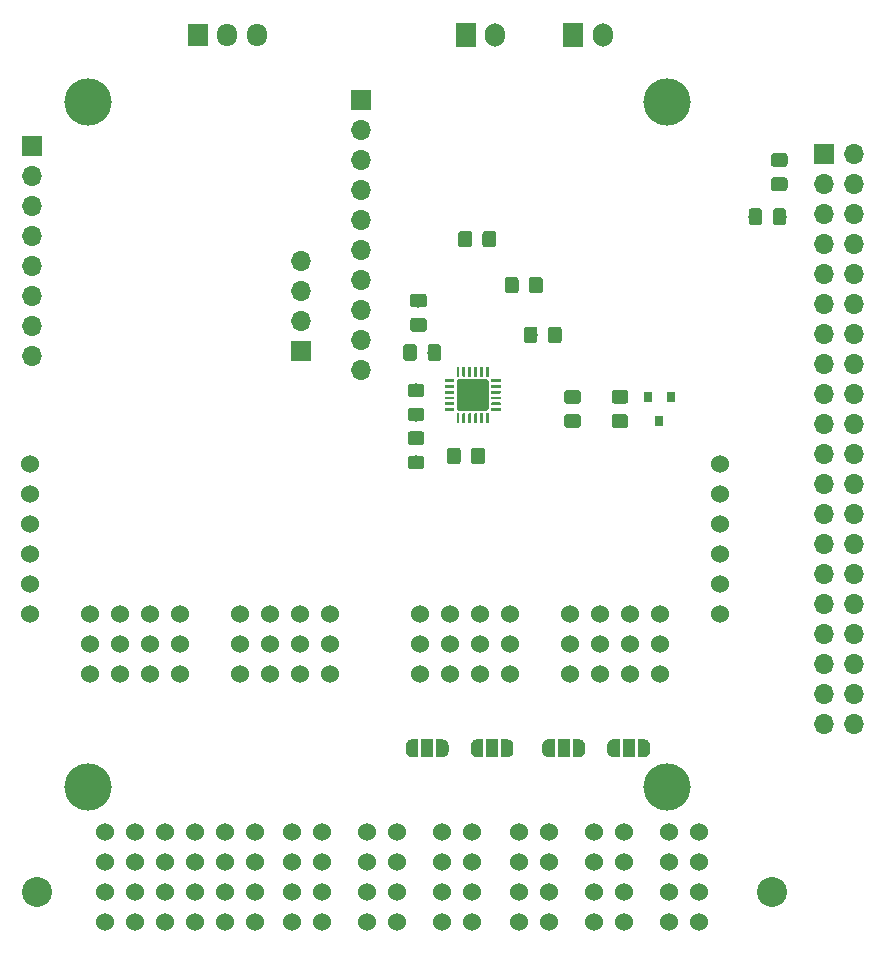
<source format=gbr>
G04 #@! TF.GenerationSoftware,KiCad,Pcbnew,(5.0.0)*
G04 #@! TF.CreationDate,2019-02-22T13:26:14-05:00*
G04 #@! TF.ProjectId,_saved_sensor_suite,5F73617665645F73656E736F725F7375,rev?*
G04 #@! TF.SameCoordinates,Original*
G04 #@! TF.FileFunction,Soldermask,Top*
G04 #@! TF.FilePolarity,Negative*
%FSLAX46Y46*%
G04 Gerber Fmt 4.6, Leading zero omitted, Abs format (unit mm)*
G04 Created by KiCad (PCBNEW (5.0.0)) date 02/22/19 13:26:14*
%MOMM*%
%LPD*%
G01*
G04 APERTURE LIST*
%ADD10R,1.700000X1.950000*%
%ADD11O,1.700000X1.950000*%
%ADD12C,4.000000*%
%ADD13R,1.700000X1.700000*%
%ADD14O,1.700000X1.700000*%
%ADD15C,0.100000*%
%ADD16C,2.700000*%
%ADD17C,0.250000*%
%ADD18R,0.800000X0.900000*%
%ADD19C,1.524000*%
%ADD20C,1.150000*%
%ADD21R,1.000000X1.500000*%
%ADD22C,0.500000*%
%ADD23O,1.700000X2.000000*%
%ADD24R,1.700000X2.000000*%
%ADD25C,2.540000*%
G04 APERTURE END LIST*
D10*
G04 #@! TO.C,J7*
X143500000Y-73600000D03*
D11*
X146000000Y-73600000D03*
X148500000Y-73600000D03*
G04 #@! TD*
D12*
G04 #@! TO.C,U2*
X134250000Y-137250000D03*
X183250000Y-137250000D03*
X183250000Y-79250000D03*
X134250000Y-79250000D03*
G04 #@! TD*
D13*
G04 #@! TO.C,J8*
X157300000Y-79100000D03*
D14*
X157300000Y-81640000D03*
X157300000Y-84180000D03*
X157300000Y-86720000D03*
X157300000Y-89260000D03*
X157300000Y-91800000D03*
X157300000Y-94340000D03*
X157300000Y-96880000D03*
X157300000Y-99420000D03*
X157300000Y-101960000D03*
G04 #@! TD*
D13*
G04 #@! TO.C,J6*
X196500000Y-83700000D03*
D14*
X199040000Y-83700000D03*
X196500000Y-86240000D03*
X199040000Y-86240000D03*
X196500000Y-88780000D03*
X199040000Y-88780000D03*
X196500000Y-91320000D03*
X199040000Y-91320000D03*
X196500000Y-93860000D03*
X199040000Y-93860000D03*
X196500000Y-96400000D03*
X199040000Y-96400000D03*
X196500000Y-98940000D03*
X199040000Y-98940000D03*
X196500000Y-101480000D03*
X199040000Y-101480000D03*
X196500000Y-104020000D03*
X199040000Y-104020000D03*
X196500000Y-106560000D03*
X199040000Y-106560000D03*
X196500000Y-109100000D03*
X199040000Y-109100000D03*
X196500000Y-111640000D03*
X199040000Y-111640000D03*
X196500000Y-114180000D03*
X199040000Y-114180000D03*
X196500000Y-116720000D03*
X199040000Y-116720000D03*
X196500000Y-119260000D03*
X199040000Y-119260000D03*
X196500000Y-121800000D03*
X199040000Y-121800000D03*
X196500000Y-124340000D03*
X199040000Y-124340000D03*
X196500000Y-126880000D03*
X199040000Y-126880000D03*
X196500000Y-129420000D03*
X199040000Y-129420000D03*
X196500000Y-131960000D03*
X199040000Y-131960000D03*
G04 #@! TD*
D15*
G04 #@! TO.C,U1*
G36*
X167924503Y-102751204D02*
X167948772Y-102754804D01*
X167972570Y-102760765D01*
X167995670Y-102769030D01*
X168017849Y-102779520D01*
X168038892Y-102792133D01*
X168058598Y-102806748D01*
X168076776Y-102823224D01*
X168093252Y-102841402D01*
X168107867Y-102861108D01*
X168120480Y-102882151D01*
X168130970Y-102904330D01*
X168139235Y-102927430D01*
X168145196Y-102951228D01*
X168148796Y-102975497D01*
X168150000Y-103000001D01*
X168150000Y-105199999D01*
X168148796Y-105224503D01*
X168145196Y-105248772D01*
X168139235Y-105272570D01*
X168130970Y-105295670D01*
X168120480Y-105317849D01*
X168107867Y-105338892D01*
X168093252Y-105358598D01*
X168076776Y-105376776D01*
X168058598Y-105393252D01*
X168038892Y-105407867D01*
X168017849Y-105420480D01*
X167995670Y-105430970D01*
X167972570Y-105439235D01*
X167948772Y-105445196D01*
X167924503Y-105448796D01*
X167899999Y-105450000D01*
X165700001Y-105450000D01*
X165675497Y-105448796D01*
X165651228Y-105445196D01*
X165627430Y-105439235D01*
X165604330Y-105430970D01*
X165582151Y-105420480D01*
X165561108Y-105407867D01*
X165541402Y-105393252D01*
X165523224Y-105376776D01*
X165506748Y-105358598D01*
X165492133Y-105338892D01*
X165479520Y-105317849D01*
X165469030Y-105295670D01*
X165460765Y-105272570D01*
X165454804Y-105248772D01*
X165451204Y-105224503D01*
X165450000Y-105199999D01*
X165450000Y-103000001D01*
X165451204Y-102975497D01*
X165454804Y-102951228D01*
X165460765Y-102927430D01*
X165469030Y-102904330D01*
X165479520Y-102882151D01*
X165492133Y-102861108D01*
X165506748Y-102841402D01*
X165523224Y-102823224D01*
X165541402Y-102806748D01*
X165561108Y-102792133D01*
X165582151Y-102779520D01*
X165604330Y-102769030D01*
X165627430Y-102760765D01*
X165651228Y-102754804D01*
X165675497Y-102751204D01*
X165700001Y-102750000D01*
X167899999Y-102750000D01*
X167924503Y-102751204D01*
X167924503Y-102751204D01*
G37*
D16*
X166800000Y-104100000D03*
D15*
G36*
X168118626Y-101725301D02*
X168124693Y-101726201D01*
X168130643Y-101727691D01*
X168136418Y-101729758D01*
X168141962Y-101732380D01*
X168147223Y-101735533D01*
X168152150Y-101739187D01*
X168156694Y-101743306D01*
X168160813Y-101747850D01*
X168164467Y-101752777D01*
X168167620Y-101758038D01*
X168170242Y-101763582D01*
X168172309Y-101769357D01*
X168173799Y-101775307D01*
X168174699Y-101781374D01*
X168175000Y-101787500D01*
X168175000Y-102487500D01*
X168174699Y-102493626D01*
X168173799Y-102499693D01*
X168172309Y-102505643D01*
X168170242Y-102511418D01*
X168167620Y-102516962D01*
X168164467Y-102522223D01*
X168160813Y-102527150D01*
X168156694Y-102531694D01*
X168152150Y-102535813D01*
X168147223Y-102539467D01*
X168141962Y-102542620D01*
X168136418Y-102545242D01*
X168130643Y-102547309D01*
X168124693Y-102548799D01*
X168118626Y-102549699D01*
X168112500Y-102550000D01*
X167987500Y-102550000D01*
X167981374Y-102549699D01*
X167975307Y-102548799D01*
X167969357Y-102547309D01*
X167963582Y-102545242D01*
X167958038Y-102542620D01*
X167952777Y-102539467D01*
X167947850Y-102535813D01*
X167943306Y-102531694D01*
X167939187Y-102527150D01*
X167935533Y-102522223D01*
X167932380Y-102516962D01*
X167929758Y-102511418D01*
X167927691Y-102505643D01*
X167926201Y-102499693D01*
X167925301Y-102493626D01*
X167925000Y-102487500D01*
X167925000Y-101787500D01*
X167925301Y-101781374D01*
X167926201Y-101775307D01*
X167927691Y-101769357D01*
X167929758Y-101763582D01*
X167932380Y-101758038D01*
X167935533Y-101752777D01*
X167939187Y-101747850D01*
X167943306Y-101743306D01*
X167947850Y-101739187D01*
X167952777Y-101735533D01*
X167958038Y-101732380D01*
X167963582Y-101729758D01*
X167969357Y-101727691D01*
X167975307Y-101726201D01*
X167981374Y-101725301D01*
X167987500Y-101725000D01*
X168112500Y-101725000D01*
X168118626Y-101725301D01*
X168118626Y-101725301D01*
G37*
D17*
X168050000Y-102137500D03*
D15*
G36*
X167618626Y-101725301D02*
X167624693Y-101726201D01*
X167630643Y-101727691D01*
X167636418Y-101729758D01*
X167641962Y-101732380D01*
X167647223Y-101735533D01*
X167652150Y-101739187D01*
X167656694Y-101743306D01*
X167660813Y-101747850D01*
X167664467Y-101752777D01*
X167667620Y-101758038D01*
X167670242Y-101763582D01*
X167672309Y-101769357D01*
X167673799Y-101775307D01*
X167674699Y-101781374D01*
X167675000Y-101787500D01*
X167675000Y-102487500D01*
X167674699Y-102493626D01*
X167673799Y-102499693D01*
X167672309Y-102505643D01*
X167670242Y-102511418D01*
X167667620Y-102516962D01*
X167664467Y-102522223D01*
X167660813Y-102527150D01*
X167656694Y-102531694D01*
X167652150Y-102535813D01*
X167647223Y-102539467D01*
X167641962Y-102542620D01*
X167636418Y-102545242D01*
X167630643Y-102547309D01*
X167624693Y-102548799D01*
X167618626Y-102549699D01*
X167612500Y-102550000D01*
X167487500Y-102550000D01*
X167481374Y-102549699D01*
X167475307Y-102548799D01*
X167469357Y-102547309D01*
X167463582Y-102545242D01*
X167458038Y-102542620D01*
X167452777Y-102539467D01*
X167447850Y-102535813D01*
X167443306Y-102531694D01*
X167439187Y-102527150D01*
X167435533Y-102522223D01*
X167432380Y-102516962D01*
X167429758Y-102511418D01*
X167427691Y-102505643D01*
X167426201Y-102499693D01*
X167425301Y-102493626D01*
X167425000Y-102487500D01*
X167425000Y-101787500D01*
X167425301Y-101781374D01*
X167426201Y-101775307D01*
X167427691Y-101769357D01*
X167429758Y-101763582D01*
X167432380Y-101758038D01*
X167435533Y-101752777D01*
X167439187Y-101747850D01*
X167443306Y-101743306D01*
X167447850Y-101739187D01*
X167452777Y-101735533D01*
X167458038Y-101732380D01*
X167463582Y-101729758D01*
X167469357Y-101727691D01*
X167475307Y-101726201D01*
X167481374Y-101725301D01*
X167487500Y-101725000D01*
X167612500Y-101725000D01*
X167618626Y-101725301D01*
X167618626Y-101725301D01*
G37*
D17*
X167550000Y-102137500D03*
D15*
G36*
X167118626Y-101725301D02*
X167124693Y-101726201D01*
X167130643Y-101727691D01*
X167136418Y-101729758D01*
X167141962Y-101732380D01*
X167147223Y-101735533D01*
X167152150Y-101739187D01*
X167156694Y-101743306D01*
X167160813Y-101747850D01*
X167164467Y-101752777D01*
X167167620Y-101758038D01*
X167170242Y-101763582D01*
X167172309Y-101769357D01*
X167173799Y-101775307D01*
X167174699Y-101781374D01*
X167175000Y-101787500D01*
X167175000Y-102487500D01*
X167174699Y-102493626D01*
X167173799Y-102499693D01*
X167172309Y-102505643D01*
X167170242Y-102511418D01*
X167167620Y-102516962D01*
X167164467Y-102522223D01*
X167160813Y-102527150D01*
X167156694Y-102531694D01*
X167152150Y-102535813D01*
X167147223Y-102539467D01*
X167141962Y-102542620D01*
X167136418Y-102545242D01*
X167130643Y-102547309D01*
X167124693Y-102548799D01*
X167118626Y-102549699D01*
X167112500Y-102550000D01*
X166987500Y-102550000D01*
X166981374Y-102549699D01*
X166975307Y-102548799D01*
X166969357Y-102547309D01*
X166963582Y-102545242D01*
X166958038Y-102542620D01*
X166952777Y-102539467D01*
X166947850Y-102535813D01*
X166943306Y-102531694D01*
X166939187Y-102527150D01*
X166935533Y-102522223D01*
X166932380Y-102516962D01*
X166929758Y-102511418D01*
X166927691Y-102505643D01*
X166926201Y-102499693D01*
X166925301Y-102493626D01*
X166925000Y-102487500D01*
X166925000Y-101787500D01*
X166925301Y-101781374D01*
X166926201Y-101775307D01*
X166927691Y-101769357D01*
X166929758Y-101763582D01*
X166932380Y-101758038D01*
X166935533Y-101752777D01*
X166939187Y-101747850D01*
X166943306Y-101743306D01*
X166947850Y-101739187D01*
X166952777Y-101735533D01*
X166958038Y-101732380D01*
X166963582Y-101729758D01*
X166969357Y-101727691D01*
X166975307Y-101726201D01*
X166981374Y-101725301D01*
X166987500Y-101725000D01*
X167112500Y-101725000D01*
X167118626Y-101725301D01*
X167118626Y-101725301D01*
G37*
D17*
X167050000Y-102137500D03*
D15*
G36*
X166618626Y-101725301D02*
X166624693Y-101726201D01*
X166630643Y-101727691D01*
X166636418Y-101729758D01*
X166641962Y-101732380D01*
X166647223Y-101735533D01*
X166652150Y-101739187D01*
X166656694Y-101743306D01*
X166660813Y-101747850D01*
X166664467Y-101752777D01*
X166667620Y-101758038D01*
X166670242Y-101763582D01*
X166672309Y-101769357D01*
X166673799Y-101775307D01*
X166674699Y-101781374D01*
X166675000Y-101787500D01*
X166675000Y-102487500D01*
X166674699Y-102493626D01*
X166673799Y-102499693D01*
X166672309Y-102505643D01*
X166670242Y-102511418D01*
X166667620Y-102516962D01*
X166664467Y-102522223D01*
X166660813Y-102527150D01*
X166656694Y-102531694D01*
X166652150Y-102535813D01*
X166647223Y-102539467D01*
X166641962Y-102542620D01*
X166636418Y-102545242D01*
X166630643Y-102547309D01*
X166624693Y-102548799D01*
X166618626Y-102549699D01*
X166612500Y-102550000D01*
X166487500Y-102550000D01*
X166481374Y-102549699D01*
X166475307Y-102548799D01*
X166469357Y-102547309D01*
X166463582Y-102545242D01*
X166458038Y-102542620D01*
X166452777Y-102539467D01*
X166447850Y-102535813D01*
X166443306Y-102531694D01*
X166439187Y-102527150D01*
X166435533Y-102522223D01*
X166432380Y-102516962D01*
X166429758Y-102511418D01*
X166427691Y-102505643D01*
X166426201Y-102499693D01*
X166425301Y-102493626D01*
X166425000Y-102487500D01*
X166425000Y-101787500D01*
X166425301Y-101781374D01*
X166426201Y-101775307D01*
X166427691Y-101769357D01*
X166429758Y-101763582D01*
X166432380Y-101758038D01*
X166435533Y-101752777D01*
X166439187Y-101747850D01*
X166443306Y-101743306D01*
X166447850Y-101739187D01*
X166452777Y-101735533D01*
X166458038Y-101732380D01*
X166463582Y-101729758D01*
X166469357Y-101727691D01*
X166475307Y-101726201D01*
X166481374Y-101725301D01*
X166487500Y-101725000D01*
X166612500Y-101725000D01*
X166618626Y-101725301D01*
X166618626Y-101725301D01*
G37*
D17*
X166550000Y-102137500D03*
D15*
G36*
X166118626Y-101725301D02*
X166124693Y-101726201D01*
X166130643Y-101727691D01*
X166136418Y-101729758D01*
X166141962Y-101732380D01*
X166147223Y-101735533D01*
X166152150Y-101739187D01*
X166156694Y-101743306D01*
X166160813Y-101747850D01*
X166164467Y-101752777D01*
X166167620Y-101758038D01*
X166170242Y-101763582D01*
X166172309Y-101769357D01*
X166173799Y-101775307D01*
X166174699Y-101781374D01*
X166175000Y-101787500D01*
X166175000Y-102487500D01*
X166174699Y-102493626D01*
X166173799Y-102499693D01*
X166172309Y-102505643D01*
X166170242Y-102511418D01*
X166167620Y-102516962D01*
X166164467Y-102522223D01*
X166160813Y-102527150D01*
X166156694Y-102531694D01*
X166152150Y-102535813D01*
X166147223Y-102539467D01*
X166141962Y-102542620D01*
X166136418Y-102545242D01*
X166130643Y-102547309D01*
X166124693Y-102548799D01*
X166118626Y-102549699D01*
X166112500Y-102550000D01*
X165987500Y-102550000D01*
X165981374Y-102549699D01*
X165975307Y-102548799D01*
X165969357Y-102547309D01*
X165963582Y-102545242D01*
X165958038Y-102542620D01*
X165952777Y-102539467D01*
X165947850Y-102535813D01*
X165943306Y-102531694D01*
X165939187Y-102527150D01*
X165935533Y-102522223D01*
X165932380Y-102516962D01*
X165929758Y-102511418D01*
X165927691Y-102505643D01*
X165926201Y-102499693D01*
X165925301Y-102493626D01*
X165925000Y-102487500D01*
X165925000Y-101787500D01*
X165925301Y-101781374D01*
X165926201Y-101775307D01*
X165927691Y-101769357D01*
X165929758Y-101763582D01*
X165932380Y-101758038D01*
X165935533Y-101752777D01*
X165939187Y-101747850D01*
X165943306Y-101743306D01*
X165947850Y-101739187D01*
X165952777Y-101735533D01*
X165958038Y-101732380D01*
X165963582Y-101729758D01*
X165969357Y-101727691D01*
X165975307Y-101726201D01*
X165981374Y-101725301D01*
X165987500Y-101725000D01*
X166112500Y-101725000D01*
X166118626Y-101725301D01*
X166118626Y-101725301D01*
G37*
D17*
X166050000Y-102137500D03*
D15*
G36*
X165618626Y-101725301D02*
X165624693Y-101726201D01*
X165630643Y-101727691D01*
X165636418Y-101729758D01*
X165641962Y-101732380D01*
X165647223Y-101735533D01*
X165652150Y-101739187D01*
X165656694Y-101743306D01*
X165660813Y-101747850D01*
X165664467Y-101752777D01*
X165667620Y-101758038D01*
X165670242Y-101763582D01*
X165672309Y-101769357D01*
X165673799Y-101775307D01*
X165674699Y-101781374D01*
X165675000Y-101787500D01*
X165675000Y-102487500D01*
X165674699Y-102493626D01*
X165673799Y-102499693D01*
X165672309Y-102505643D01*
X165670242Y-102511418D01*
X165667620Y-102516962D01*
X165664467Y-102522223D01*
X165660813Y-102527150D01*
X165656694Y-102531694D01*
X165652150Y-102535813D01*
X165647223Y-102539467D01*
X165641962Y-102542620D01*
X165636418Y-102545242D01*
X165630643Y-102547309D01*
X165624693Y-102548799D01*
X165618626Y-102549699D01*
X165612500Y-102550000D01*
X165487500Y-102550000D01*
X165481374Y-102549699D01*
X165475307Y-102548799D01*
X165469357Y-102547309D01*
X165463582Y-102545242D01*
X165458038Y-102542620D01*
X165452777Y-102539467D01*
X165447850Y-102535813D01*
X165443306Y-102531694D01*
X165439187Y-102527150D01*
X165435533Y-102522223D01*
X165432380Y-102516962D01*
X165429758Y-102511418D01*
X165427691Y-102505643D01*
X165426201Y-102499693D01*
X165425301Y-102493626D01*
X165425000Y-102487500D01*
X165425000Y-101787500D01*
X165425301Y-101781374D01*
X165426201Y-101775307D01*
X165427691Y-101769357D01*
X165429758Y-101763582D01*
X165432380Y-101758038D01*
X165435533Y-101752777D01*
X165439187Y-101747850D01*
X165443306Y-101743306D01*
X165447850Y-101739187D01*
X165452777Y-101735533D01*
X165458038Y-101732380D01*
X165463582Y-101729758D01*
X165469357Y-101727691D01*
X165475307Y-101726201D01*
X165481374Y-101725301D01*
X165487500Y-101725000D01*
X165612500Y-101725000D01*
X165618626Y-101725301D01*
X165618626Y-101725301D01*
G37*
D17*
X165550000Y-102137500D03*
D15*
G36*
X165193626Y-102725301D02*
X165199693Y-102726201D01*
X165205643Y-102727691D01*
X165211418Y-102729758D01*
X165216962Y-102732380D01*
X165222223Y-102735533D01*
X165227150Y-102739187D01*
X165231694Y-102743306D01*
X165235813Y-102747850D01*
X165239467Y-102752777D01*
X165242620Y-102758038D01*
X165245242Y-102763582D01*
X165247309Y-102769357D01*
X165248799Y-102775307D01*
X165249699Y-102781374D01*
X165250000Y-102787500D01*
X165250000Y-102912500D01*
X165249699Y-102918626D01*
X165248799Y-102924693D01*
X165247309Y-102930643D01*
X165245242Y-102936418D01*
X165242620Y-102941962D01*
X165239467Y-102947223D01*
X165235813Y-102952150D01*
X165231694Y-102956694D01*
X165227150Y-102960813D01*
X165222223Y-102964467D01*
X165216962Y-102967620D01*
X165211418Y-102970242D01*
X165205643Y-102972309D01*
X165199693Y-102973799D01*
X165193626Y-102974699D01*
X165187500Y-102975000D01*
X164487500Y-102975000D01*
X164481374Y-102974699D01*
X164475307Y-102973799D01*
X164469357Y-102972309D01*
X164463582Y-102970242D01*
X164458038Y-102967620D01*
X164452777Y-102964467D01*
X164447850Y-102960813D01*
X164443306Y-102956694D01*
X164439187Y-102952150D01*
X164435533Y-102947223D01*
X164432380Y-102941962D01*
X164429758Y-102936418D01*
X164427691Y-102930643D01*
X164426201Y-102924693D01*
X164425301Y-102918626D01*
X164425000Y-102912500D01*
X164425000Y-102787500D01*
X164425301Y-102781374D01*
X164426201Y-102775307D01*
X164427691Y-102769357D01*
X164429758Y-102763582D01*
X164432380Y-102758038D01*
X164435533Y-102752777D01*
X164439187Y-102747850D01*
X164443306Y-102743306D01*
X164447850Y-102739187D01*
X164452777Y-102735533D01*
X164458038Y-102732380D01*
X164463582Y-102729758D01*
X164469357Y-102727691D01*
X164475307Y-102726201D01*
X164481374Y-102725301D01*
X164487500Y-102725000D01*
X165187500Y-102725000D01*
X165193626Y-102725301D01*
X165193626Y-102725301D01*
G37*
D17*
X164837500Y-102850000D03*
D15*
G36*
X165193626Y-103225301D02*
X165199693Y-103226201D01*
X165205643Y-103227691D01*
X165211418Y-103229758D01*
X165216962Y-103232380D01*
X165222223Y-103235533D01*
X165227150Y-103239187D01*
X165231694Y-103243306D01*
X165235813Y-103247850D01*
X165239467Y-103252777D01*
X165242620Y-103258038D01*
X165245242Y-103263582D01*
X165247309Y-103269357D01*
X165248799Y-103275307D01*
X165249699Y-103281374D01*
X165250000Y-103287500D01*
X165250000Y-103412500D01*
X165249699Y-103418626D01*
X165248799Y-103424693D01*
X165247309Y-103430643D01*
X165245242Y-103436418D01*
X165242620Y-103441962D01*
X165239467Y-103447223D01*
X165235813Y-103452150D01*
X165231694Y-103456694D01*
X165227150Y-103460813D01*
X165222223Y-103464467D01*
X165216962Y-103467620D01*
X165211418Y-103470242D01*
X165205643Y-103472309D01*
X165199693Y-103473799D01*
X165193626Y-103474699D01*
X165187500Y-103475000D01*
X164487500Y-103475000D01*
X164481374Y-103474699D01*
X164475307Y-103473799D01*
X164469357Y-103472309D01*
X164463582Y-103470242D01*
X164458038Y-103467620D01*
X164452777Y-103464467D01*
X164447850Y-103460813D01*
X164443306Y-103456694D01*
X164439187Y-103452150D01*
X164435533Y-103447223D01*
X164432380Y-103441962D01*
X164429758Y-103436418D01*
X164427691Y-103430643D01*
X164426201Y-103424693D01*
X164425301Y-103418626D01*
X164425000Y-103412500D01*
X164425000Y-103287500D01*
X164425301Y-103281374D01*
X164426201Y-103275307D01*
X164427691Y-103269357D01*
X164429758Y-103263582D01*
X164432380Y-103258038D01*
X164435533Y-103252777D01*
X164439187Y-103247850D01*
X164443306Y-103243306D01*
X164447850Y-103239187D01*
X164452777Y-103235533D01*
X164458038Y-103232380D01*
X164463582Y-103229758D01*
X164469357Y-103227691D01*
X164475307Y-103226201D01*
X164481374Y-103225301D01*
X164487500Y-103225000D01*
X165187500Y-103225000D01*
X165193626Y-103225301D01*
X165193626Y-103225301D01*
G37*
D17*
X164837500Y-103350000D03*
D15*
G36*
X165193626Y-103725301D02*
X165199693Y-103726201D01*
X165205643Y-103727691D01*
X165211418Y-103729758D01*
X165216962Y-103732380D01*
X165222223Y-103735533D01*
X165227150Y-103739187D01*
X165231694Y-103743306D01*
X165235813Y-103747850D01*
X165239467Y-103752777D01*
X165242620Y-103758038D01*
X165245242Y-103763582D01*
X165247309Y-103769357D01*
X165248799Y-103775307D01*
X165249699Y-103781374D01*
X165250000Y-103787500D01*
X165250000Y-103912500D01*
X165249699Y-103918626D01*
X165248799Y-103924693D01*
X165247309Y-103930643D01*
X165245242Y-103936418D01*
X165242620Y-103941962D01*
X165239467Y-103947223D01*
X165235813Y-103952150D01*
X165231694Y-103956694D01*
X165227150Y-103960813D01*
X165222223Y-103964467D01*
X165216962Y-103967620D01*
X165211418Y-103970242D01*
X165205643Y-103972309D01*
X165199693Y-103973799D01*
X165193626Y-103974699D01*
X165187500Y-103975000D01*
X164487500Y-103975000D01*
X164481374Y-103974699D01*
X164475307Y-103973799D01*
X164469357Y-103972309D01*
X164463582Y-103970242D01*
X164458038Y-103967620D01*
X164452777Y-103964467D01*
X164447850Y-103960813D01*
X164443306Y-103956694D01*
X164439187Y-103952150D01*
X164435533Y-103947223D01*
X164432380Y-103941962D01*
X164429758Y-103936418D01*
X164427691Y-103930643D01*
X164426201Y-103924693D01*
X164425301Y-103918626D01*
X164425000Y-103912500D01*
X164425000Y-103787500D01*
X164425301Y-103781374D01*
X164426201Y-103775307D01*
X164427691Y-103769357D01*
X164429758Y-103763582D01*
X164432380Y-103758038D01*
X164435533Y-103752777D01*
X164439187Y-103747850D01*
X164443306Y-103743306D01*
X164447850Y-103739187D01*
X164452777Y-103735533D01*
X164458038Y-103732380D01*
X164463582Y-103729758D01*
X164469357Y-103727691D01*
X164475307Y-103726201D01*
X164481374Y-103725301D01*
X164487500Y-103725000D01*
X165187500Y-103725000D01*
X165193626Y-103725301D01*
X165193626Y-103725301D01*
G37*
D17*
X164837500Y-103850000D03*
D15*
G36*
X165193626Y-104225301D02*
X165199693Y-104226201D01*
X165205643Y-104227691D01*
X165211418Y-104229758D01*
X165216962Y-104232380D01*
X165222223Y-104235533D01*
X165227150Y-104239187D01*
X165231694Y-104243306D01*
X165235813Y-104247850D01*
X165239467Y-104252777D01*
X165242620Y-104258038D01*
X165245242Y-104263582D01*
X165247309Y-104269357D01*
X165248799Y-104275307D01*
X165249699Y-104281374D01*
X165250000Y-104287500D01*
X165250000Y-104412500D01*
X165249699Y-104418626D01*
X165248799Y-104424693D01*
X165247309Y-104430643D01*
X165245242Y-104436418D01*
X165242620Y-104441962D01*
X165239467Y-104447223D01*
X165235813Y-104452150D01*
X165231694Y-104456694D01*
X165227150Y-104460813D01*
X165222223Y-104464467D01*
X165216962Y-104467620D01*
X165211418Y-104470242D01*
X165205643Y-104472309D01*
X165199693Y-104473799D01*
X165193626Y-104474699D01*
X165187500Y-104475000D01*
X164487500Y-104475000D01*
X164481374Y-104474699D01*
X164475307Y-104473799D01*
X164469357Y-104472309D01*
X164463582Y-104470242D01*
X164458038Y-104467620D01*
X164452777Y-104464467D01*
X164447850Y-104460813D01*
X164443306Y-104456694D01*
X164439187Y-104452150D01*
X164435533Y-104447223D01*
X164432380Y-104441962D01*
X164429758Y-104436418D01*
X164427691Y-104430643D01*
X164426201Y-104424693D01*
X164425301Y-104418626D01*
X164425000Y-104412500D01*
X164425000Y-104287500D01*
X164425301Y-104281374D01*
X164426201Y-104275307D01*
X164427691Y-104269357D01*
X164429758Y-104263582D01*
X164432380Y-104258038D01*
X164435533Y-104252777D01*
X164439187Y-104247850D01*
X164443306Y-104243306D01*
X164447850Y-104239187D01*
X164452777Y-104235533D01*
X164458038Y-104232380D01*
X164463582Y-104229758D01*
X164469357Y-104227691D01*
X164475307Y-104226201D01*
X164481374Y-104225301D01*
X164487500Y-104225000D01*
X165187500Y-104225000D01*
X165193626Y-104225301D01*
X165193626Y-104225301D01*
G37*
D17*
X164837500Y-104350000D03*
D15*
G36*
X165193626Y-104725301D02*
X165199693Y-104726201D01*
X165205643Y-104727691D01*
X165211418Y-104729758D01*
X165216962Y-104732380D01*
X165222223Y-104735533D01*
X165227150Y-104739187D01*
X165231694Y-104743306D01*
X165235813Y-104747850D01*
X165239467Y-104752777D01*
X165242620Y-104758038D01*
X165245242Y-104763582D01*
X165247309Y-104769357D01*
X165248799Y-104775307D01*
X165249699Y-104781374D01*
X165250000Y-104787500D01*
X165250000Y-104912500D01*
X165249699Y-104918626D01*
X165248799Y-104924693D01*
X165247309Y-104930643D01*
X165245242Y-104936418D01*
X165242620Y-104941962D01*
X165239467Y-104947223D01*
X165235813Y-104952150D01*
X165231694Y-104956694D01*
X165227150Y-104960813D01*
X165222223Y-104964467D01*
X165216962Y-104967620D01*
X165211418Y-104970242D01*
X165205643Y-104972309D01*
X165199693Y-104973799D01*
X165193626Y-104974699D01*
X165187500Y-104975000D01*
X164487500Y-104975000D01*
X164481374Y-104974699D01*
X164475307Y-104973799D01*
X164469357Y-104972309D01*
X164463582Y-104970242D01*
X164458038Y-104967620D01*
X164452777Y-104964467D01*
X164447850Y-104960813D01*
X164443306Y-104956694D01*
X164439187Y-104952150D01*
X164435533Y-104947223D01*
X164432380Y-104941962D01*
X164429758Y-104936418D01*
X164427691Y-104930643D01*
X164426201Y-104924693D01*
X164425301Y-104918626D01*
X164425000Y-104912500D01*
X164425000Y-104787500D01*
X164425301Y-104781374D01*
X164426201Y-104775307D01*
X164427691Y-104769357D01*
X164429758Y-104763582D01*
X164432380Y-104758038D01*
X164435533Y-104752777D01*
X164439187Y-104747850D01*
X164443306Y-104743306D01*
X164447850Y-104739187D01*
X164452777Y-104735533D01*
X164458038Y-104732380D01*
X164463582Y-104729758D01*
X164469357Y-104727691D01*
X164475307Y-104726201D01*
X164481374Y-104725301D01*
X164487500Y-104725000D01*
X165187500Y-104725000D01*
X165193626Y-104725301D01*
X165193626Y-104725301D01*
G37*
D17*
X164837500Y-104850000D03*
D15*
G36*
X165193626Y-105225301D02*
X165199693Y-105226201D01*
X165205643Y-105227691D01*
X165211418Y-105229758D01*
X165216962Y-105232380D01*
X165222223Y-105235533D01*
X165227150Y-105239187D01*
X165231694Y-105243306D01*
X165235813Y-105247850D01*
X165239467Y-105252777D01*
X165242620Y-105258038D01*
X165245242Y-105263582D01*
X165247309Y-105269357D01*
X165248799Y-105275307D01*
X165249699Y-105281374D01*
X165250000Y-105287500D01*
X165250000Y-105412500D01*
X165249699Y-105418626D01*
X165248799Y-105424693D01*
X165247309Y-105430643D01*
X165245242Y-105436418D01*
X165242620Y-105441962D01*
X165239467Y-105447223D01*
X165235813Y-105452150D01*
X165231694Y-105456694D01*
X165227150Y-105460813D01*
X165222223Y-105464467D01*
X165216962Y-105467620D01*
X165211418Y-105470242D01*
X165205643Y-105472309D01*
X165199693Y-105473799D01*
X165193626Y-105474699D01*
X165187500Y-105475000D01*
X164487500Y-105475000D01*
X164481374Y-105474699D01*
X164475307Y-105473799D01*
X164469357Y-105472309D01*
X164463582Y-105470242D01*
X164458038Y-105467620D01*
X164452777Y-105464467D01*
X164447850Y-105460813D01*
X164443306Y-105456694D01*
X164439187Y-105452150D01*
X164435533Y-105447223D01*
X164432380Y-105441962D01*
X164429758Y-105436418D01*
X164427691Y-105430643D01*
X164426201Y-105424693D01*
X164425301Y-105418626D01*
X164425000Y-105412500D01*
X164425000Y-105287500D01*
X164425301Y-105281374D01*
X164426201Y-105275307D01*
X164427691Y-105269357D01*
X164429758Y-105263582D01*
X164432380Y-105258038D01*
X164435533Y-105252777D01*
X164439187Y-105247850D01*
X164443306Y-105243306D01*
X164447850Y-105239187D01*
X164452777Y-105235533D01*
X164458038Y-105232380D01*
X164463582Y-105229758D01*
X164469357Y-105227691D01*
X164475307Y-105226201D01*
X164481374Y-105225301D01*
X164487500Y-105225000D01*
X165187500Y-105225000D01*
X165193626Y-105225301D01*
X165193626Y-105225301D01*
G37*
D17*
X164837500Y-105350000D03*
D15*
G36*
X165618626Y-105650301D02*
X165624693Y-105651201D01*
X165630643Y-105652691D01*
X165636418Y-105654758D01*
X165641962Y-105657380D01*
X165647223Y-105660533D01*
X165652150Y-105664187D01*
X165656694Y-105668306D01*
X165660813Y-105672850D01*
X165664467Y-105677777D01*
X165667620Y-105683038D01*
X165670242Y-105688582D01*
X165672309Y-105694357D01*
X165673799Y-105700307D01*
X165674699Y-105706374D01*
X165675000Y-105712500D01*
X165675000Y-106412500D01*
X165674699Y-106418626D01*
X165673799Y-106424693D01*
X165672309Y-106430643D01*
X165670242Y-106436418D01*
X165667620Y-106441962D01*
X165664467Y-106447223D01*
X165660813Y-106452150D01*
X165656694Y-106456694D01*
X165652150Y-106460813D01*
X165647223Y-106464467D01*
X165641962Y-106467620D01*
X165636418Y-106470242D01*
X165630643Y-106472309D01*
X165624693Y-106473799D01*
X165618626Y-106474699D01*
X165612500Y-106475000D01*
X165487500Y-106475000D01*
X165481374Y-106474699D01*
X165475307Y-106473799D01*
X165469357Y-106472309D01*
X165463582Y-106470242D01*
X165458038Y-106467620D01*
X165452777Y-106464467D01*
X165447850Y-106460813D01*
X165443306Y-106456694D01*
X165439187Y-106452150D01*
X165435533Y-106447223D01*
X165432380Y-106441962D01*
X165429758Y-106436418D01*
X165427691Y-106430643D01*
X165426201Y-106424693D01*
X165425301Y-106418626D01*
X165425000Y-106412500D01*
X165425000Y-105712500D01*
X165425301Y-105706374D01*
X165426201Y-105700307D01*
X165427691Y-105694357D01*
X165429758Y-105688582D01*
X165432380Y-105683038D01*
X165435533Y-105677777D01*
X165439187Y-105672850D01*
X165443306Y-105668306D01*
X165447850Y-105664187D01*
X165452777Y-105660533D01*
X165458038Y-105657380D01*
X165463582Y-105654758D01*
X165469357Y-105652691D01*
X165475307Y-105651201D01*
X165481374Y-105650301D01*
X165487500Y-105650000D01*
X165612500Y-105650000D01*
X165618626Y-105650301D01*
X165618626Y-105650301D01*
G37*
D17*
X165550000Y-106062500D03*
D15*
G36*
X166118626Y-105650301D02*
X166124693Y-105651201D01*
X166130643Y-105652691D01*
X166136418Y-105654758D01*
X166141962Y-105657380D01*
X166147223Y-105660533D01*
X166152150Y-105664187D01*
X166156694Y-105668306D01*
X166160813Y-105672850D01*
X166164467Y-105677777D01*
X166167620Y-105683038D01*
X166170242Y-105688582D01*
X166172309Y-105694357D01*
X166173799Y-105700307D01*
X166174699Y-105706374D01*
X166175000Y-105712500D01*
X166175000Y-106412500D01*
X166174699Y-106418626D01*
X166173799Y-106424693D01*
X166172309Y-106430643D01*
X166170242Y-106436418D01*
X166167620Y-106441962D01*
X166164467Y-106447223D01*
X166160813Y-106452150D01*
X166156694Y-106456694D01*
X166152150Y-106460813D01*
X166147223Y-106464467D01*
X166141962Y-106467620D01*
X166136418Y-106470242D01*
X166130643Y-106472309D01*
X166124693Y-106473799D01*
X166118626Y-106474699D01*
X166112500Y-106475000D01*
X165987500Y-106475000D01*
X165981374Y-106474699D01*
X165975307Y-106473799D01*
X165969357Y-106472309D01*
X165963582Y-106470242D01*
X165958038Y-106467620D01*
X165952777Y-106464467D01*
X165947850Y-106460813D01*
X165943306Y-106456694D01*
X165939187Y-106452150D01*
X165935533Y-106447223D01*
X165932380Y-106441962D01*
X165929758Y-106436418D01*
X165927691Y-106430643D01*
X165926201Y-106424693D01*
X165925301Y-106418626D01*
X165925000Y-106412500D01*
X165925000Y-105712500D01*
X165925301Y-105706374D01*
X165926201Y-105700307D01*
X165927691Y-105694357D01*
X165929758Y-105688582D01*
X165932380Y-105683038D01*
X165935533Y-105677777D01*
X165939187Y-105672850D01*
X165943306Y-105668306D01*
X165947850Y-105664187D01*
X165952777Y-105660533D01*
X165958038Y-105657380D01*
X165963582Y-105654758D01*
X165969357Y-105652691D01*
X165975307Y-105651201D01*
X165981374Y-105650301D01*
X165987500Y-105650000D01*
X166112500Y-105650000D01*
X166118626Y-105650301D01*
X166118626Y-105650301D01*
G37*
D17*
X166050000Y-106062500D03*
D15*
G36*
X166618626Y-105650301D02*
X166624693Y-105651201D01*
X166630643Y-105652691D01*
X166636418Y-105654758D01*
X166641962Y-105657380D01*
X166647223Y-105660533D01*
X166652150Y-105664187D01*
X166656694Y-105668306D01*
X166660813Y-105672850D01*
X166664467Y-105677777D01*
X166667620Y-105683038D01*
X166670242Y-105688582D01*
X166672309Y-105694357D01*
X166673799Y-105700307D01*
X166674699Y-105706374D01*
X166675000Y-105712500D01*
X166675000Y-106412500D01*
X166674699Y-106418626D01*
X166673799Y-106424693D01*
X166672309Y-106430643D01*
X166670242Y-106436418D01*
X166667620Y-106441962D01*
X166664467Y-106447223D01*
X166660813Y-106452150D01*
X166656694Y-106456694D01*
X166652150Y-106460813D01*
X166647223Y-106464467D01*
X166641962Y-106467620D01*
X166636418Y-106470242D01*
X166630643Y-106472309D01*
X166624693Y-106473799D01*
X166618626Y-106474699D01*
X166612500Y-106475000D01*
X166487500Y-106475000D01*
X166481374Y-106474699D01*
X166475307Y-106473799D01*
X166469357Y-106472309D01*
X166463582Y-106470242D01*
X166458038Y-106467620D01*
X166452777Y-106464467D01*
X166447850Y-106460813D01*
X166443306Y-106456694D01*
X166439187Y-106452150D01*
X166435533Y-106447223D01*
X166432380Y-106441962D01*
X166429758Y-106436418D01*
X166427691Y-106430643D01*
X166426201Y-106424693D01*
X166425301Y-106418626D01*
X166425000Y-106412500D01*
X166425000Y-105712500D01*
X166425301Y-105706374D01*
X166426201Y-105700307D01*
X166427691Y-105694357D01*
X166429758Y-105688582D01*
X166432380Y-105683038D01*
X166435533Y-105677777D01*
X166439187Y-105672850D01*
X166443306Y-105668306D01*
X166447850Y-105664187D01*
X166452777Y-105660533D01*
X166458038Y-105657380D01*
X166463582Y-105654758D01*
X166469357Y-105652691D01*
X166475307Y-105651201D01*
X166481374Y-105650301D01*
X166487500Y-105650000D01*
X166612500Y-105650000D01*
X166618626Y-105650301D01*
X166618626Y-105650301D01*
G37*
D17*
X166550000Y-106062500D03*
D15*
G36*
X167118626Y-105650301D02*
X167124693Y-105651201D01*
X167130643Y-105652691D01*
X167136418Y-105654758D01*
X167141962Y-105657380D01*
X167147223Y-105660533D01*
X167152150Y-105664187D01*
X167156694Y-105668306D01*
X167160813Y-105672850D01*
X167164467Y-105677777D01*
X167167620Y-105683038D01*
X167170242Y-105688582D01*
X167172309Y-105694357D01*
X167173799Y-105700307D01*
X167174699Y-105706374D01*
X167175000Y-105712500D01*
X167175000Y-106412500D01*
X167174699Y-106418626D01*
X167173799Y-106424693D01*
X167172309Y-106430643D01*
X167170242Y-106436418D01*
X167167620Y-106441962D01*
X167164467Y-106447223D01*
X167160813Y-106452150D01*
X167156694Y-106456694D01*
X167152150Y-106460813D01*
X167147223Y-106464467D01*
X167141962Y-106467620D01*
X167136418Y-106470242D01*
X167130643Y-106472309D01*
X167124693Y-106473799D01*
X167118626Y-106474699D01*
X167112500Y-106475000D01*
X166987500Y-106475000D01*
X166981374Y-106474699D01*
X166975307Y-106473799D01*
X166969357Y-106472309D01*
X166963582Y-106470242D01*
X166958038Y-106467620D01*
X166952777Y-106464467D01*
X166947850Y-106460813D01*
X166943306Y-106456694D01*
X166939187Y-106452150D01*
X166935533Y-106447223D01*
X166932380Y-106441962D01*
X166929758Y-106436418D01*
X166927691Y-106430643D01*
X166926201Y-106424693D01*
X166925301Y-106418626D01*
X166925000Y-106412500D01*
X166925000Y-105712500D01*
X166925301Y-105706374D01*
X166926201Y-105700307D01*
X166927691Y-105694357D01*
X166929758Y-105688582D01*
X166932380Y-105683038D01*
X166935533Y-105677777D01*
X166939187Y-105672850D01*
X166943306Y-105668306D01*
X166947850Y-105664187D01*
X166952777Y-105660533D01*
X166958038Y-105657380D01*
X166963582Y-105654758D01*
X166969357Y-105652691D01*
X166975307Y-105651201D01*
X166981374Y-105650301D01*
X166987500Y-105650000D01*
X167112500Y-105650000D01*
X167118626Y-105650301D01*
X167118626Y-105650301D01*
G37*
D17*
X167050000Y-106062500D03*
D15*
G36*
X167618626Y-105650301D02*
X167624693Y-105651201D01*
X167630643Y-105652691D01*
X167636418Y-105654758D01*
X167641962Y-105657380D01*
X167647223Y-105660533D01*
X167652150Y-105664187D01*
X167656694Y-105668306D01*
X167660813Y-105672850D01*
X167664467Y-105677777D01*
X167667620Y-105683038D01*
X167670242Y-105688582D01*
X167672309Y-105694357D01*
X167673799Y-105700307D01*
X167674699Y-105706374D01*
X167675000Y-105712500D01*
X167675000Y-106412500D01*
X167674699Y-106418626D01*
X167673799Y-106424693D01*
X167672309Y-106430643D01*
X167670242Y-106436418D01*
X167667620Y-106441962D01*
X167664467Y-106447223D01*
X167660813Y-106452150D01*
X167656694Y-106456694D01*
X167652150Y-106460813D01*
X167647223Y-106464467D01*
X167641962Y-106467620D01*
X167636418Y-106470242D01*
X167630643Y-106472309D01*
X167624693Y-106473799D01*
X167618626Y-106474699D01*
X167612500Y-106475000D01*
X167487500Y-106475000D01*
X167481374Y-106474699D01*
X167475307Y-106473799D01*
X167469357Y-106472309D01*
X167463582Y-106470242D01*
X167458038Y-106467620D01*
X167452777Y-106464467D01*
X167447850Y-106460813D01*
X167443306Y-106456694D01*
X167439187Y-106452150D01*
X167435533Y-106447223D01*
X167432380Y-106441962D01*
X167429758Y-106436418D01*
X167427691Y-106430643D01*
X167426201Y-106424693D01*
X167425301Y-106418626D01*
X167425000Y-106412500D01*
X167425000Y-105712500D01*
X167425301Y-105706374D01*
X167426201Y-105700307D01*
X167427691Y-105694357D01*
X167429758Y-105688582D01*
X167432380Y-105683038D01*
X167435533Y-105677777D01*
X167439187Y-105672850D01*
X167443306Y-105668306D01*
X167447850Y-105664187D01*
X167452777Y-105660533D01*
X167458038Y-105657380D01*
X167463582Y-105654758D01*
X167469357Y-105652691D01*
X167475307Y-105651201D01*
X167481374Y-105650301D01*
X167487500Y-105650000D01*
X167612500Y-105650000D01*
X167618626Y-105650301D01*
X167618626Y-105650301D01*
G37*
D17*
X167550000Y-106062500D03*
D15*
G36*
X168118626Y-105650301D02*
X168124693Y-105651201D01*
X168130643Y-105652691D01*
X168136418Y-105654758D01*
X168141962Y-105657380D01*
X168147223Y-105660533D01*
X168152150Y-105664187D01*
X168156694Y-105668306D01*
X168160813Y-105672850D01*
X168164467Y-105677777D01*
X168167620Y-105683038D01*
X168170242Y-105688582D01*
X168172309Y-105694357D01*
X168173799Y-105700307D01*
X168174699Y-105706374D01*
X168175000Y-105712500D01*
X168175000Y-106412500D01*
X168174699Y-106418626D01*
X168173799Y-106424693D01*
X168172309Y-106430643D01*
X168170242Y-106436418D01*
X168167620Y-106441962D01*
X168164467Y-106447223D01*
X168160813Y-106452150D01*
X168156694Y-106456694D01*
X168152150Y-106460813D01*
X168147223Y-106464467D01*
X168141962Y-106467620D01*
X168136418Y-106470242D01*
X168130643Y-106472309D01*
X168124693Y-106473799D01*
X168118626Y-106474699D01*
X168112500Y-106475000D01*
X167987500Y-106475000D01*
X167981374Y-106474699D01*
X167975307Y-106473799D01*
X167969357Y-106472309D01*
X167963582Y-106470242D01*
X167958038Y-106467620D01*
X167952777Y-106464467D01*
X167947850Y-106460813D01*
X167943306Y-106456694D01*
X167939187Y-106452150D01*
X167935533Y-106447223D01*
X167932380Y-106441962D01*
X167929758Y-106436418D01*
X167927691Y-106430643D01*
X167926201Y-106424693D01*
X167925301Y-106418626D01*
X167925000Y-106412500D01*
X167925000Y-105712500D01*
X167925301Y-105706374D01*
X167926201Y-105700307D01*
X167927691Y-105694357D01*
X167929758Y-105688582D01*
X167932380Y-105683038D01*
X167935533Y-105677777D01*
X167939187Y-105672850D01*
X167943306Y-105668306D01*
X167947850Y-105664187D01*
X167952777Y-105660533D01*
X167958038Y-105657380D01*
X167963582Y-105654758D01*
X167969357Y-105652691D01*
X167975307Y-105651201D01*
X167981374Y-105650301D01*
X167987500Y-105650000D01*
X168112500Y-105650000D01*
X168118626Y-105650301D01*
X168118626Y-105650301D01*
G37*
D17*
X168050000Y-106062500D03*
D15*
G36*
X169118626Y-105225301D02*
X169124693Y-105226201D01*
X169130643Y-105227691D01*
X169136418Y-105229758D01*
X169141962Y-105232380D01*
X169147223Y-105235533D01*
X169152150Y-105239187D01*
X169156694Y-105243306D01*
X169160813Y-105247850D01*
X169164467Y-105252777D01*
X169167620Y-105258038D01*
X169170242Y-105263582D01*
X169172309Y-105269357D01*
X169173799Y-105275307D01*
X169174699Y-105281374D01*
X169175000Y-105287500D01*
X169175000Y-105412500D01*
X169174699Y-105418626D01*
X169173799Y-105424693D01*
X169172309Y-105430643D01*
X169170242Y-105436418D01*
X169167620Y-105441962D01*
X169164467Y-105447223D01*
X169160813Y-105452150D01*
X169156694Y-105456694D01*
X169152150Y-105460813D01*
X169147223Y-105464467D01*
X169141962Y-105467620D01*
X169136418Y-105470242D01*
X169130643Y-105472309D01*
X169124693Y-105473799D01*
X169118626Y-105474699D01*
X169112500Y-105475000D01*
X168412500Y-105475000D01*
X168406374Y-105474699D01*
X168400307Y-105473799D01*
X168394357Y-105472309D01*
X168388582Y-105470242D01*
X168383038Y-105467620D01*
X168377777Y-105464467D01*
X168372850Y-105460813D01*
X168368306Y-105456694D01*
X168364187Y-105452150D01*
X168360533Y-105447223D01*
X168357380Y-105441962D01*
X168354758Y-105436418D01*
X168352691Y-105430643D01*
X168351201Y-105424693D01*
X168350301Y-105418626D01*
X168350000Y-105412500D01*
X168350000Y-105287500D01*
X168350301Y-105281374D01*
X168351201Y-105275307D01*
X168352691Y-105269357D01*
X168354758Y-105263582D01*
X168357380Y-105258038D01*
X168360533Y-105252777D01*
X168364187Y-105247850D01*
X168368306Y-105243306D01*
X168372850Y-105239187D01*
X168377777Y-105235533D01*
X168383038Y-105232380D01*
X168388582Y-105229758D01*
X168394357Y-105227691D01*
X168400307Y-105226201D01*
X168406374Y-105225301D01*
X168412500Y-105225000D01*
X169112500Y-105225000D01*
X169118626Y-105225301D01*
X169118626Y-105225301D01*
G37*
D17*
X168762500Y-105350000D03*
D15*
G36*
X169118626Y-104725301D02*
X169124693Y-104726201D01*
X169130643Y-104727691D01*
X169136418Y-104729758D01*
X169141962Y-104732380D01*
X169147223Y-104735533D01*
X169152150Y-104739187D01*
X169156694Y-104743306D01*
X169160813Y-104747850D01*
X169164467Y-104752777D01*
X169167620Y-104758038D01*
X169170242Y-104763582D01*
X169172309Y-104769357D01*
X169173799Y-104775307D01*
X169174699Y-104781374D01*
X169175000Y-104787500D01*
X169175000Y-104912500D01*
X169174699Y-104918626D01*
X169173799Y-104924693D01*
X169172309Y-104930643D01*
X169170242Y-104936418D01*
X169167620Y-104941962D01*
X169164467Y-104947223D01*
X169160813Y-104952150D01*
X169156694Y-104956694D01*
X169152150Y-104960813D01*
X169147223Y-104964467D01*
X169141962Y-104967620D01*
X169136418Y-104970242D01*
X169130643Y-104972309D01*
X169124693Y-104973799D01*
X169118626Y-104974699D01*
X169112500Y-104975000D01*
X168412500Y-104975000D01*
X168406374Y-104974699D01*
X168400307Y-104973799D01*
X168394357Y-104972309D01*
X168388582Y-104970242D01*
X168383038Y-104967620D01*
X168377777Y-104964467D01*
X168372850Y-104960813D01*
X168368306Y-104956694D01*
X168364187Y-104952150D01*
X168360533Y-104947223D01*
X168357380Y-104941962D01*
X168354758Y-104936418D01*
X168352691Y-104930643D01*
X168351201Y-104924693D01*
X168350301Y-104918626D01*
X168350000Y-104912500D01*
X168350000Y-104787500D01*
X168350301Y-104781374D01*
X168351201Y-104775307D01*
X168352691Y-104769357D01*
X168354758Y-104763582D01*
X168357380Y-104758038D01*
X168360533Y-104752777D01*
X168364187Y-104747850D01*
X168368306Y-104743306D01*
X168372850Y-104739187D01*
X168377777Y-104735533D01*
X168383038Y-104732380D01*
X168388582Y-104729758D01*
X168394357Y-104727691D01*
X168400307Y-104726201D01*
X168406374Y-104725301D01*
X168412500Y-104725000D01*
X169112500Y-104725000D01*
X169118626Y-104725301D01*
X169118626Y-104725301D01*
G37*
D17*
X168762500Y-104850000D03*
D15*
G36*
X169118626Y-104225301D02*
X169124693Y-104226201D01*
X169130643Y-104227691D01*
X169136418Y-104229758D01*
X169141962Y-104232380D01*
X169147223Y-104235533D01*
X169152150Y-104239187D01*
X169156694Y-104243306D01*
X169160813Y-104247850D01*
X169164467Y-104252777D01*
X169167620Y-104258038D01*
X169170242Y-104263582D01*
X169172309Y-104269357D01*
X169173799Y-104275307D01*
X169174699Y-104281374D01*
X169175000Y-104287500D01*
X169175000Y-104412500D01*
X169174699Y-104418626D01*
X169173799Y-104424693D01*
X169172309Y-104430643D01*
X169170242Y-104436418D01*
X169167620Y-104441962D01*
X169164467Y-104447223D01*
X169160813Y-104452150D01*
X169156694Y-104456694D01*
X169152150Y-104460813D01*
X169147223Y-104464467D01*
X169141962Y-104467620D01*
X169136418Y-104470242D01*
X169130643Y-104472309D01*
X169124693Y-104473799D01*
X169118626Y-104474699D01*
X169112500Y-104475000D01*
X168412500Y-104475000D01*
X168406374Y-104474699D01*
X168400307Y-104473799D01*
X168394357Y-104472309D01*
X168388582Y-104470242D01*
X168383038Y-104467620D01*
X168377777Y-104464467D01*
X168372850Y-104460813D01*
X168368306Y-104456694D01*
X168364187Y-104452150D01*
X168360533Y-104447223D01*
X168357380Y-104441962D01*
X168354758Y-104436418D01*
X168352691Y-104430643D01*
X168351201Y-104424693D01*
X168350301Y-104418626D01*
X168350000Y-104412500D01*
X168350000Y-104287500D01*
X168350301Y-104281374D01*
X168351201Y-104275307D01*
X168352691Y-104269357D01*
X168354758Y-104263582D01*
X168357380Y-104258038D01*
X168360533Y-104252777D01*
X168364187Y-104247850D01*
X168368306Y-104243306D01*
X168372850Y-104239187D01*
X168377777Y-104235533D01*
X168383038Y-104232380D01*
X168388582Y-104229758D01*
X168394357Y-104227691D01*
X168400307Y-104226201D01*
X168406374Y-104225301D01*
X168412500Y-104225000D01*
X169112500Y-104225000D01*
X169118626Y-104225301D01*
X169118626Y-104225301D01*
G37*
D17*
X168762500Y-104350000D03*
D15*
G36*
X169118626Y-103725301D02*
X169124693Y-103726201D01*
X169130643Y-103727691D01*
X169136418Y-103729758D01*
X169141962Y-103732380D01*
X169147223Y-103735533D01*
X169152150Y-103739187D01*
X169156694Y-103743306D01*
X169160813Y-103747850D01*
X169164467Y-103752777D01*
X169167620Y-103758038D01*
X169170242Y-103763582D01*
X169172309Y-103769357D01*
X169173799Y-103775307D01*
X169174699Y-103781374D01*
X169175000Y-103787500D01*
X169175000Y-103912500D01*
X169174699Y-103918626D01*
X169173799Y-103924693D01*
X169172309Y-103930643D01*
X169170242Y-103936418D01*
X169167620Y-103941962D01*
X169164467Y-103947223D01*
X169160813Y-103952150D01*
X169156694Y-103956694D01*
X169152150Y-103960813D01*
X169147223Y-103964467D01*
X169141962Y-103967620D01*
X169136418Y-103970242D01*
X169130643Y-103972309D01*
X169124693Y-103973799D01*
X169118626Y-103974699D01*
X169112500Y-103975000D01*
X168412500Y-103975000D01*
X168406374Y-103974699D01*
X168400307Y-103973799D01*
X168394357Y-103972309D01*
X168388582Y-103970242D01*
X168383038Y-103967620D01*
X168377777Y-103964467D01*
X168372850Y-103960813D01*
X168368306Y-103956694D01*
X168364187Y-103952150D01*
X168360533Y-103947223D01*
X168357380Y-103941962D01*
X168354758Y-103936418D01*
X168352691Y-103930643D01*
X168351201Y-103924693D01*
X168350301Y-103918626D01*
X168350000Y-103912500D01*
X168350000Y-103787500D01*
X168350301Y-103781374D01*
X168351201Y-103775307D01*
X168352691Y-103769357D01*
X168354758Y-103763582D01*
X168357380Y-103758038D01*
X168360533Y-103752777D01*
X168364187Y-103747850D01*
X168368306Y-103743306D01*
X168372850Y-103739187D01*
X168377777Y-103735533D01*
X168383038Y-103732380D01*
X168388582Y-103729758D01*
X168394357Y-103727691D01*
X168400307Y-103726201D01*
X168406374Y-103725301D01*
X168412500Y-103725000D01*
X169112500Y-103725000D01*
X169118626Y-103725301D01*
X169118626Y-103725301D01*
G37*
D17*
X168762500Y-103850000D03*
D15*
G36*
X169118626Y-103225301D02*
X169124693Y-103226201D01*
X169130643Y-103227691D01*
X169136418Y-103229758D01*
X169141962Y-103232380D01*
X169147223Y-103235533D01*
X169152150Y-103239187D01*
X169156694Y-103243306D01*
X169160813Y-103247850D01*
X169164467Y-103252777D01*
X169167620Y-103258038D01*
X169170242Y-103263582D01*
X169172309Y-103269357D01*
X169173799Y-103275307D01*
X169174699Y-103281374D01*
X169175000Y-103287500D01*
X169175000Y-103412500D01*
X169174699Y-103418626D01*
X169173799Y-103424693D01*
X169172309Y-103430643D01*
X169170242Y-103436418D01*
X169167620Y-103441962D01*
X169164467Y-103447223D01*
X169160813Y-103452150D01*
X169156694Y-103456694D01*
X169152150Y-103460813D01*
X169147223Y-103464467D01*
X169141962Y-103467620D01*
X169136418Y-103470242D01*
X169130643Y-103472309D01*
X169124693Y-103473799D01*
X169118626Y-103474699D01*
X169112500Y-103475000D01*
X168412500Y-103475000D01*
X168406374Y-103474699D01*
X168400307Y-103473799D01*
X168394357Y-103472309D01*
X168388582Y-103470242D01*
X168383038Y-103467620D01*
X168377777Y-103464467D01*
X168372850Y-103460813D01*
X168368306Y-103456694D01*
X168364187Y-103452150D01*
X168360533Y-103447223D01*
X168357380Y-103441962D01*
X168354758Y-103436418D01*
X168352691Y-103430643D01*
X168351201Y-103424693D01*
X168350301Y-103418626D01*
X168350000Y-103412500D01*
X168350000Y-103287500D01*
X168350301Y-103281374D01*
X168351201Y-103275307D01*
X168352691Y-103269357D01*
X168354758Y-103263582D01*
X168357380Y-103258038D01*
X168360533Y-103252777D01*
X168364187Y-103247850D01*
X168368306Y-103243306D01*
X168372850Y-103239187D01*
X168377777Y-103235533D01*
X168383038Y-103232380D01*
X168388582Y-103229758D01*
X168394357Y-103227691D01*
X168400307Y-103226201D01*
X168406374Y-103225301D01*
X168412500Y-103225000D01*
X169112500Y-103225000D01*
X169118626Y-103225301D01*
X169118626Y-103225301D01*
G37*
D17*
X168762500Y-103350000D03*
D15*
G36*
X169118626Y-102725301D02*
X169124693Y-102726201D01*
X169130643Y-102727691D01*
X169136418Y-102729758D01*
X169141962Y-102732380D01*
X169147223Y-102735533D01*
X169152150Y-102739187D01*
X169156694Y-102743306D01*
X169160813Y-102747850D01*
X169164467Y-102752777D01*
X169167620Y-102758038D01*
X169170242Y-102763582D01*
X169172309Y-102769357D01*
X169173799Y-102775307D01*
X169174699Y-102781374D01*
X169175000Y-102787500D01*
X169175000Y-102912500D01*
X169174699Y-102918626D01*
X169173799Y-102924693D01*
X169172309Y-102930643D01*
X169170242Y-102936418D01*
X169167620Y-102941962D01*
X169164467Y-102947223D01*
X169160813Y-102952150D01*
X169156694Y-102956694D01*
X169152150Y-102960813D01*
X169147223Y-102964467D01*
X169141962Y-102967620D01*
X169136418Y-102970242D01*
X169130643Y-102972309D01*
X169124693Y-102973799D01*
X169118626Y-102974699D01*
X169112500Y-102975000D01*
X168412500Y-102975000D01*
X168406374Y-102974699D01*
X168400307Y-102973799D01*
X168394357Y-102972309D01*
X168388582Y-102970242D01*
X168383038Y-102967620D01*
X168377777Y-102964467D01*
X168372850Y-102960813D01*
X168368306Y-102956694D01*
X168364187Y-102952150D01*
X168360533Y-102947223D01*
X168357380Y-102941962D01*
X168354758Y-102936418D01*
X168352691Y-102930643D01*
X168351201Y-102924693D01*
X168350301Y-102918626D01*
X168350000Y-102912500D01*
X168350000Y-102787500D01*
X168350301Y-102781374D01*
X168351201Y-102775307D01*
X168352691Y-102769357D01*
X168354758Y-102763582D01*
X168357380Y-102758038D01*
X168360533Y-102752777D01*
X168364187Y-102747850D01*
X168368306Y-102743306D01*
X168372850Y-102739187D01*
X168377777Y-102735533D01*
X168383038Y-102732380D01*
X168388582Y-102729758D01*
X168394357Y-102727691D01*
X168400307Y-102726201D01*
X168406374Y-102725301D01*
X168412500Y-102725000D01*
X169112500Y-102725000D01*
X169118626Y-102725301D01*
X169118626Y-102725301D01*
G37*
D17*
X168762500Y-102850000D03*
G04 #@! TD*
D18*
G04 #@! TO.C,U3*
X183550000Y-104300000D03*
X181650000Y-104300000D03*
X182600000Y-106300000D03*
G04 #@! TD*
D19*
G04 #@! TO.C,J2*
X129320000Y-117540000D03*
X129320000Y-115000000D03*
X129320000Y-120080000D03*
X129320000Y-112460000D03*
X129320000Y-109920000D03*
X129320000Y-122620000D03*
X187740000Y-117540000D03*
X187740000Y-120080000D03*
X187740000Y-115000000D03*
X187740000Y-112460000D03*
X187740000Y-109920000D03*
X187740000Y-122620000D03*
X134400000Y-127700000D03*
X134400000Y-125160000D03*
X134400000Y-122620000D03*
X136940000Y-122620000D03*
X136940000Y-127700000D03*
X136940000Y-125160000D03*
X139480000Y-122620000D03*
X139480000Y-127700000D03*
X139480000Y-125160000D03*
X142020000Y-122620000D03*
X142020000Y-127700000D03*
X142020000Y-125160000D03*
X147100000Y-122620000D03*
X147100000Y-127700000D03*
X147100000Y-125160000D03*
X149640000Y-122620000D03*
X149640000Y-127700000D03*
X149640000Y-125160000D03*
X152180000Y-122620000D03*
X152180000Y-127700000D03*
X152180000Y-125160000D03*
X154720000Y-122620000D03*
X154720000Y-127700000D03*
X154720000Y-125160000D03*
X162340000Y-122620000D03*
X162340000Y-127700000D03*
X162340000Y-125160000D03*
X164880000Y-122620000D03*
X164880000Y-125160000D03*
X164880000Y-127700000D03*
X167420000Y-122620000D03*
X167420000Y-125160000D03*
X167420000Y-127700000D03*
X169960000Y-122620000D03*
X169960000Y-125160000D03*
X169960000Y-127700000D03*
X182660000Y-122620000D03*
X182660000Y-127700000D03*
X182660000Y-125160000D03*
X180120000Y-122620000D03*
X180120000Y-125160000D03*
X180120000Y-127700000D03*
X177580000Y-127700000D03*
X177580000Y-125160000D03*
X177580000Y-122620000D03*
X175040000Y-122620000D03*
X175040000Y-125160000D03*
X175040000Y-127700000D03*
G04 #@! TD*
D15*
G04 #@! TO.C,C9*
G36*
X179724505Y-103676204D02*
X179748773Y-103679804D01*
X179772572Y-103685765D01*
X179795671Y-103694030D01*
X179817850Y-103704520D01*
X179838893Y-103717132D01*
X179858599Y-103731747D01*
X179876777Y-103748223D01*
X179893253Y-103766401D01*
X179907868Y-103786107D01*
X179920480Y-103807150D01*
X179930970Y-103829329D01*
X179939235Y-103852428D01*
X179945196Y-103876227D01*
X179948796Y-103900495D01*
X179950000Y-103924999D01*
X179950000Y-104575001D01*
X179948796Y-104599505D01*
X179945196Y-104623773D01*
X179939235Y-104647572D01*
X179930970Y-104670671D01*
X179920480Y-104692850D01*
X179907868Y-104713893D01*
X179893253Y-104733599D01*
X179876777Y-104751777D01*
X179858599Y-104768253D01*
X179838893Y-104782868D01*
X179817850Y-104795480D01*
X179795671Y-104805970D01*
X179772572Y-104814235D01*
X179748773Y-104820196D01*
X179724505Y-104823796D01*
X179700001Y-104825000D01*
X178799999Y-104825000D01*
X178775495Y-104823796D01*
X178751227Y-104820196D01*
X178727428Y-104814235D01*
X178704329Y-104805970D01*
X178682150Y-104795480D01*
X178661107Y-104782868D01*
X178641401Y-104768253D01*
X178623223Y-104751777D01*
X178606747Y-104733599D01*
X178592132Y-104713893D01*
X178579520Y-104692850D01*
X178569030Y-104670671D01*
X178560765Y-104647572D01*
X178554804Y-104623773D01*
X178551204Y-104599505D01*
X178550000Y-104575001D01*
X178550000Y-103924999D01*
X178551204Y-103900495D01*
X178554804Y-103876227D01*
X178560765Y-103852428D01*
X178569030Y-103829329D01*
X178579520Y-103807150D01*
X178592132Y-103786107D01*
X178606747Y-103766401D01*
X178623223Y-103748223D01*
X178641401Y-103731747D01*
X178661107Y-103717132D01*
X178682150Y-103704520D01*
X178704329Y-103694030D01*
X178727428Y-103685765D01*
X178751227Y-103679804D01*
X178775495Y-103676204D01*
X178799999Y-103675000D01*
X179700001Y-103675000D01*
X179724505Y-103676204D01*
X179724505Y-103676204D01*
G37*
D20*
X179250000Y-104250000D03*
D15*
G36*
X179724505Y-105726204D02*
X179748773Y-105729804D01*
X179772572Y-105735765D01*
X179795671Y-105744030D01*
X179817850Y-105754520D01*
X179838893Y-105767132D01*
X179858599Y-105781747D01*
X179876777Y-105798223D01*
X179893253Y-105816401D01*
X179907868Y-105836107D01*
X179920480Y-105857150D01*
X179930970Y-105879329D01*
X179939235Y-105902428D01*
X179945196Y-105926227D01*
X179948796Y-105950495D01*
X179950000Y-105974999D01*
X179950000Y-106625001D01*
X179948796Y-106649505D01*
X179945196Y-106673773D01*
X179939235Y-106697572D01*
X179930970Y-106720671D01*
X179920480Y-106742850D01*
X179907868Y-106763893D01*
X179893253Y-106783599D01*
X179876777Y-106801777D01*
X179858599Y-106818253D01*
X179838893Y-106832868D01*
X179817850Y-106845480D01*
X179795671Y-106855970D01*
X179772572Y-106864235D01*
X179748773Y-106870196D01*
X179724505Y-106873796D01*
X179700001Y-106875000D01*
X178799999Y-106875000D01*
X178775495Y-106873796D01*
X178751227Y-106870196D01*
X178727428Y-106864235D01*
X178704329Y-106855970D01*
X178682150Y-106845480D01*
X178661107Y-106832868D01*
X178641401Y-106818253D01*
X178623223Y-106801777D01*
X178606747Y-106783599D01*
X178592132Y-106763893D01*
X178579520Y-106742850D01*
X178569030Y-106720671D01*
X178560765Y-106697572D01*
X178554804Y-106673773D01*
X178551204Y-106649505D01*
X178550000Y-106625001D01*
X178550000Y-105974999D01*
X178551204Y-105950495D01*
X178554804Y-105926227D01*
X178560765Y-105902428D01*
X178569030Y-105879329D01*
X178579520Y-105857150D01*
X178592132Y-105836107D01*
X178606747Y-105816401D01*
X178623223Y-105798223D01*
X178641401Y-105781747D01*
X178661107Y-105767132D01*
X178682150Y-105754520D01*
X178704329Y-105744030D01*
X178727428Y-105735765D01*
X178751227Y-105729804D01*
X178775495Y-105726204D01*
X178799999Y-105725000D01*
X179700001Y-105725000D01*
X179724505Y-105726204D01*
X179724505Y-105726204D01*
G37*
D20*
X179250000Y-106300000D03*
G04 #@! TD*
D21*
G04 #@! TO.C,JP1*
X174500000Y-134000000D03*
D22*
X175800000Y-134000000D03*
D15*
G36*
X175800000Y-133250602D02*
X175824534Y-133250602D01*
X175873365Y-133255412D01*
X175921490Y-133264984D01*
X175968445Y-133279228D01*
X176013778Y-133298005D01*
X176057051Y-133321136D01*
X176097850Y-133348396D01*
X176135779Y-133379524D01*
X176170476Y-133414221D01*
X176201604Y-133452150D01*
X176228864Y-133492949D01*
X176251995Y-133536222D01*
X176270772Y-133581555D01*
X176285016Y-133628510D01*
X176294588Y-133676635D01*
X176299398Y-133725466D01*
X176299398Y-133750000D01*
X176300000Y-133750000D01*
X176300000Y-134250000D01*
X176299398Y-134250000D01*
X176299398Y-134274534D01*
X176294588Y-134323365D01*
X176285016Y-134371490D01*
X176270772Y-134418445D01*
X176251995Y-134463778D01*
X176228864Y-134507051D01*
X176201604Y-134547850D01*
X176170476Y-134585779D01*
X176135779Y-134620476D01*
X176097850Y-134651604D01*
X176057051Y-134678864D01*
X176013778Y-134701995D01*
X175968445Y-134720772D01*
X175921490Y-134735016D01*
X175873365Y-134744588D01*
X175824534Y-134749398D01*
X175800000Y-134749398D01*
X175800000Y-134750000D01*
X175250000Y-134750000D01*
X175250000Y-133250000D01*
X175800000Y-133250000D01*
X175800000Y-133250602D01*
X175800000Y-133250602D01*
G37*
D22*
X173200000Y-134000000D03*
D15*
G36*
X173750000Y-134750000D02*
X173200000Y-134750000D01*
X173200000Y-134749398D01*
X173175466Y-134749398D01*
X173126635Y-134744588D01*
X173078510Y-134735016D01*
X173031555Y-134720772D01*
X172986222Y-134701995D01*
X172942949Y-134678864D01*
X172902150Y-134651604D01*
X172864221Y-134620476D01*
X172829524Y-134585779D01*
X172798396Y-134547850D01*
X172771136Y-134507051D01*
X172748005Y-134463778D01*
X172729228Y-134418445D01*
X172714984Y-134371490D01*
X172705412Y-134323365D01*
X172700602Y-134274534D01*
X172700602Y-134250000D01*
X172700000Y-134250000D01*
X172700000Y-133750000D01*
X172700602Y-133750000D01*
X172700602Y-133725466D01*
X172705412Y-133676635D01*
X172714984Y-133628510D01*
X172729228Y-133581555D01*
X172748005Y-133536222D01*
X172771136Y-133492949D01*
X172798396Y-133452150D01*
X172829524Y-133414221D01*
X172864221Y-133379524D01*
X172902150Y-133348396D01*
X172942949Y-133321136D01*
X172986222Y-133298005D01*
X173031555Y-133279228D01*
X173078510Y-133264984D01*
X173126635Y-133255412D01*
X173175466Y-133250602D01*
X173200000Y-133250602D01*
X173200000Y-133250000D01*
X173750000Y-133250000D01*
X173750000Y-134750000D01*
X173750000Y-134750000D01*
G37*
G04 #@! TD*
D21*
G04 #@! TO.C,JP2*
X180000000Y-134000000D03*
D22*
X181300000Y-134000000D03*
D15*
G36*
X181300000Y-133250602D02*
X181324534Y-133250602D01*
X181373365Y-133255412D01*
X181421490Y-133264984D01*
X181468445Y-133279228D01*
X181513778Y-133298005D01*
X181557051Y-133321136D01*
X181597850Y-133348396D01*
X181635779Y-133379524D01*
X181670476Y-133414221D01*
X181701604Y-133452150D01*
X181728864Y-133492949D01*
X181751995Y-133536222D01*
X181770772Y-133581555D01*
X181785016Y-133628510D01*
X181794588Y-133676635D01*
X181799398Y-133725466D01*
X181799398Y-133750000D01*
X181800000Y-133750000D01*
X181800000Y-134250000D01*
X181799398Y-134250000D01*
X181799398Y-134274534D01*
X181794588Y-134323365D01*
X181785016Y-134371490D01*
X181770772Y-134418445D01*
X181751995Y-134463778D01*
X181728864Y-134507051D01*
X181701604Y-134547850D01*
X181670476Y-134585779D01*
X181635779Y-134620476D01*
X181597850Y-134651604D01*
X181557051Y-134678864D01*
X181513778Y-134701995D01*
X181468445Y-134720772D01*
X181421490Y-134735016D01*
X181373365Y-134744588D01*
X181324534Y-134749398D01*
X181300000Y-134749398D01*
X181300000Y-134750000D01*
X180750000Y-134750000D01*
X180750000Y-133250000D01*
X181300000Y-133250000D01*
X181300000Y-133250602D01*
X181300000Y-133250602D01*
G37*
D22*
X178700000Y-134000000D03*
D15*
G36*
X179250000Y-134750000D02*
X178700000Y-134750000D01*
X178700000Y-134749398D01*
X178675466Y-134749398D01*
X178626635Y-134744588D01*
X178578510Y-134735016D01*
X178531555Y-134720772D01*
X178486222Y-134701995D01*
X178442949Y-134678864D01*
X178402150Y-134651604D01*
X178364221Y-134620476D01*
X178329524Y-134585779D01*
X178298396Y-134547850D01*
X178271136Y-134507051D01*
X178248005Y-134463778D01*
X178229228Y-134418445D01*
X178214984Y-134371490D01*
X178205412Y-134323365D01*
X178200602Y-134274534D01*
X178200602Y-134250000D01*
X178200000Y-134250000D01*
X178200000Y-133750000D01*
X178200602Y-133750000D01*
X178200602Y-133725466D01*
X178205412Y-133676635D01*
X178214984Y-133628510D01*
X178229228Y-133581555D01*
X178248005Y-133536222D01*
X178271136Y-133492949D01*
X178298396Y-133452150D01*
X178329524Y-133414221D01*
X178364221Y-133379524D01*
X178402150Y-133348396D01*
X178442949Y-133321136D01*
X178486222Y-133298005D01*
X178531555Y-133279228D01*
X178578510Y-133264984D01*
X178626635Y-133255412D01*
X178675466Y-133250602D01*
X178700000Y-133250602D01*
X178700000Y-133250000D01*
X179250000Y-133250000D01*
X179250000Y-134750000D01*
X179250000Y-134750000D01*
G37*
G04 #@! TD*
D21*
G04 #@! TO.C,JP3*
X168450000Y-134000000D03*
D22*
X169750000Y-134000000D03*
D15*
G36*
X169750000Y-133250602D02*
X169774534Y-133250602D01*
X169823365Y-133255412D01*
X169871490Y-133264984D01*
X169918445Y-133279228D01*
X169963778Y-133298005D01*
X170007051Y-133321136D01*
X170047850Y-133348396D01*
X170085779Y-133379524D01*
X170120476Y-133414221D01*
X170151604Y-133452150D01*
X170178864Y-133492949D01*
X170201995Y-133536222D01*
X170220772Y-133581555D01*
X170235016Y-133628510D01*
X170244588Y-133676635D01*
X170249398Y-133725466D01*
X170249398Y-133750000D01*
X170250000Y-133750000D01*
X170250000Y-134250000D01*
X170249398Y-134250000D01*
X170249398Y-134274534D01*
X170244588Y-134323365D01*
X170235016Y-134371490D01*
X170220772Y-134418445D01*
X170201995Y-134463778D01*
X170178864Y-134507051D01*
X170151604Y-134547850D01*
X170120476Y-134585779D01*
X170085779Y-134620476D01*
X170047850Y-134651604D01*
X170007051Y-134678864D01*
X169963778Y-134701995D01*
X169918445Y-134720772D01*
X169871490Y-134735016D01*
X169823365Y-134744588D01*
X169774534Y-134749398D01*
X169750000Y-134749398D01*
X169750000Y-134750000D01*
X169200000Y-134750000D01*
X169200000Y-133250000D01*
X169750000Y-133250000D01*
X169750000Y-133250602D01*
X169750000Y-133250602D01*
G37*
D22*
X167150000Y-134000000D03*
D15*
G36*
X167700000Y-134750000D02*
X167150000Y-134750000D01*
X167150000Y-134749398D01*
X167125466Y-134749398D01*
X167076635Y-134744588D01*
X167028510Y-134735016D01*
X166981555Y-134720772D01*
X166936222Y-134701995D01*
X166892949Y-134678864D01*
X166852150Y-134651604D01*
X166814221Y-134620476D01*
X166779524Y-134585779D01*
X166748396Y-134547850D01*
X166721136Y-134507051D01*
X166698005Y-134463778D01*
X166679228Y-134418445D01*
X166664984Y-134371490D01*
X166655412Y-134323365D01*
X166650602Y-134274534D01*
X166650602Y-134250000D01*
X166650000Y-134250000D01*
X166650000Y-133750000D01*
X166650602Y-133750000D01*
X166650602Y-133725466D01*
X166655412Y-133676635D01*
X166664984Y-133628510D01*
X166679228Y-133581555D01*
X166698005Y-133536222D01*
X166721136Y-133492949D01*
X166748396Y-133452150D01*
X166779524Y-133414221D01*
X166814221Y-133379524D01*
X166852150Y-133348396D01*
X166892949Y-133321136D01*
X166936222Y-133298005D01*
X166981555Y-133279228D01*
X167028510Y-133264984D01*
X167076635Y-133255412D01*
X167125466Y-133250602D01*
X167150000Y-133250602D01*
X167150000Y-133250000D01*
X167700000Y-133250000D01*
X167700000Y-134750000D01*
X167700000Y-134750000D01*
G37*
G04 #@! TD*
D21*
G04 #@! TO.C,JP4*
X162950000Y-134000000D03*
D22*
X164250000Y-134000000D03*
D15*
G36*
X164250000Y-133250602D02*
X164274534Y-133250602D01*
X164323365Y-133255412D01*
X164371490Y-133264984D01*
X164418445Y-133279228D01*
X164463778Y-133298005D01*
X164507051Y-133321136D01*
X164547850Y-133348396D01*
X164585779Y-133379524D01*
X164620476Y-133414221D01*
X164651604Y-133452150D01*
X164678864Y-133492949D01*
X164701995Y-133536222D01*
X164720772Y-133581555D01*
X164735016Y-133628510D01*
X164744588Y-133676635D01*
X164749398Y-133725466D01*
X164749398Y-133750000D01*
X164750000Y-133750000D01*
X164750000Y-134250000D01*
X164749398Y-134250000D01*
X164749398Y-134274534D01*
X164744588Y-134323365D01*
X164735016Y-134371490D01*
X164720772Y-134418445D01*
X164701995Y-134463778D01*
X164678864Y-134507051D01*
X164651604Y-134547850D01*
X164620476Y-134585779D01*
X164585779Y-134620476D01*
X164547850Y-134651604D01*
X164507051Y-134678864D01*
X164463778Y-134701995D01*
X164418445Y-134720772D01*
X164371490Y-134735016D01*
X164323365Y-134744588D01*
X164274534Y-134749398D01*
X164250000Y-134749398D01*
X164250000Y-134750000D01*
X163700000Y-134750000D01*
X163700000Y-133250000D01*
X164250000Y-133250000D01*
X164250000Y-133250602D01*
X164250000Y-133250602D01*
G37*
D22*
X161650000Y-134000000D03*
D15*
G36*
X162200000Y-134750000D02*
X161650000Y-134750000D01*
X161650000Y-134749398D01*
X161625466Y-134749398D01*
X161576635Y-134744588D01*
X161528510Y-134735016D01*
X161481555Y-134720772D01*
X161436222Y-134701995D01*
X161392949Y-134678864D01*
X161352150Y-134651604D01*
X161314221Y-134620476D01*
X161279524Y-134585779D01*
X161248396Y-134547850D01*
X161221136Y-134507051D01*
X161198005Y-134463778D01*
X161179228Y-134418445D01*
X161164984Y-134371490D01*
X161155412Y-134323365D01*
X161150602Y-134274534D01*
X161150602Y-134250000D01*
X161150000Y-134250000D01*
X161150000Y-133750000D01*
X161150602Y-133750000D01*
X161150602Y-133725466D01*
X161155412Y-133676635D01*
X161164984Y-133628510D01*
X161179228Y-133581555D01*
X161198005Y-133536222D01*
X161221136Y-133492949D01*
X161248396Y-133452150D01*
X161279524Y-133414221D01*
X161314221Y-133379524D01*
X161352150Y-133348396D01*
X161392949Y-133321136D01*
X161436222Y-133298005D01*
X161481555Y-133279228D01*
X161528510Y-133264984D01*
X161576635Y-133255412D01*
X161625466Y-133250602D01*
X161650000Y-133250602D01*
X161650000Y-133250000D01*
X162200000Y-133250000D01*
X162200000Y-134750000D01*
X162200000Y-134750000D01*
G37*
G04 #@! TD*
G04 #@! TO.C,R1*
G36*
X193224505Y-85676204D02*
X193248773Y-85679804D01*
X193272572Y-85685765D01*
X193295671Y-85694030D01*
X193317850Y-85704520D01*
X193338893Y-85717132D01*
X193358599Y-85731747D01*
X193376777Y-85748223D01*
X193393253Y-85766401D01*
X193407868Y-85786107D01*
X193420480Y-85807150D01*
X193430970Y-85829329D01*
X193439235Y-85852428D01*
X193445196Y-85876227D01*
X193448796Y-85900495D01*
X193450000Y-85924999D01*
X193450000Y-86575001D01*
X193448796Y-86599505D01*
X193445196Y-86623773D01*
X193439235Y-86647572D01*
X193430970Y-86670671D01*
X193420480Y-86692850D01*
X193407868Y-86713893D01*
X193393253Y-86733599D01*
X193376777Y-86751777D01*
X193358599Y-86768253D01*
X193338893Y-86782868D01*
X193317850Y-86795480D01*
X193295671Y-86805970D01*
X193272572Y-86814235D01*
X193248773Y-86820196D01*
X193224505Y-86823796D01*
X193200001Y-86825000D01*
X192299999Y-86825000D01*
X192275495Y-86823796D01*
X192251227Y-86820196D01*
X192227428Y-86814235D01*
X192204329Y-86805970D01*
X192182150Y-86795480D01*
X192161107Y-86782868D01*
X192141401Y-86768253D01*
X192123223Y-86751777D01*
X192106747Y-86733599D01*
X192092132Y-86713893D01*
X192079520Y-86692850D01*
X192069030Y-86670671D01*
X192060765Y-86647572D01*
X192054804Y-86623773D01*
X192051204Y-86599505D01*
X192050000Y-86575001D01*
X192050000Y-85924999D01*
X192051204Y-85900495D01*
X192054804Y-85876227D01*
X192060765Y-85852428D01*
X192069030Y-85829329D01*
X192079520Y-85807150D01*
X192092132Y-85786107D01*
X192106747Y-85766401D01*
X192123223Y-85748223D01*
X192141401Y-85731747D01*
X192161107Y-85717132D01*
X192182150Y-85704520D01*
X192204329Y-85694030D01*
X192227428Y-85685765D01*
X192251227Y-85679804D01*
X192275495Y-85676204D01*
X192299999Y-85675000D01*
X193200001Y-85675000D01*
X193224505Y-85676204D01*
X193224505Y-85676204D01*
G37*
D20*
X192750000Y-86250000D03*
D15*
G36*
X193224505Y-83626204D02*
X193248773Y-83629804D01*
X193272572Y-83635765D01*
X193295671Y-83644030D01*
X193317850Y-83654520D01*
X193338893Y-83667132D01*
X193358599Y-83681747D01*
X193376777Y-83698223D01*
X193393253Y-83716401D01*
X193407868Y-83736107D01*
X193420480Y-83757150D01*
X193430970Y-83779329D01*
X193439235Y-83802428D01*
X193445196Y-83826227D01*
X193448796Y-83850495D01*
X193450000Y-83874999D01*
X193450000Y-84525001D01*
X193448796Y-84549505D01*
X193445196Y-84573773D01*
X193439235Y-84597572D01*
X193430970Y-84620671D01*
X193420480Y-84642850D01*
X193407868Y-84663893D01*
X193393253Y-84683599D01*
X193376777Y-84701777D01*
X193358599Y-84718253D01*
X193338893Y-84732868D01*
X193317850Y-84745480D01*
X193295671Y-84755970D01*
X193272572Y-84764235D01*
X193248773Y-84770196D01*
X193224505Y-84773796D01*
X193200001Y-84775000D01*
X192299999Y-84775000D01*
X192275495Y-84773796D01*
X192251227Y-84770196D01*
X192227428Y-84764235D01*
X192204329Y-84755970D01*
X192182150Y-84745480D01*
X192161107Y-84732868D01*
X192141401Y-84718253D01*
X192123223Y-84701777D01*
X192106747Y-84683599D01*
X192092132Y-84663893D01*
X192079520Y-84642850D01*
X192069030Y-84620671D01*
X192060765Y-84597572D01*
X192054804Y-84573773D01*
X192051204Y-84549505D01*
X192050000Y-84525001D01*
X192050000Y-83874999D01*
X192051204Y-83850495D01*
X192054804Y-83826227D01*
X192060765Y-83802428D01*
X192069030Y-83779329D01*
X192079520Y-83757150D01*
X192092132Y-83736107D01*
X192106747Y-83716401D01*
X192123223Y-83698223D01*
X192141401Y-83681747D01*
X192161107Y-83667132D01*
X192182150Y-83654520D01*
X192204329Y-83644030D01*
X192227428Y-83635765D01*
X192251227Y-83629804D01*
X192275495Y-83626204D01*
X192299999Y-83625000D01*
X193200001Y-83625000D01*
X193224505Y-83626204D01*
X193224505Y-83626204D01*
G37*
D20*
X192750000Y-84200000D03*
G04 #@! TD*
D15*
G04 #@! TO.C,R2*
G36*
X191074505Y-88301204D02*
X191098773Y-88304804D01*
X191122572Y-88310765D01*
X191145671Y-88319030D01*
X191167850Y-88329520D01*
X191188893Y-88342132D01*
X191208599Y-88356747D01*
X191226777Y-88373223D01*
X191243253Y-88391401D01*
X191257868Y-88411107D01*
X191270480Y-88432150D01*
X191280970Y-88454329D01*
X191289235Y-88477428D01*
X191295196Y-88501227D01*
X191298796Y-88525495D01*
X191300000Y-88549999D01*
X191300000Y-89450001D01*
X191298796Y-89474505D01*
X191295196Y-89498773D01*
X191289235Y-89522572D01*
X191280970Y-89545671D01*
X191270480Y-89567850D01*
X191257868Y-89588893D01*
X191243253Y-89608599D01*
X191226777Y-89626777D01*
X191208599Y-89643253D01*
X191188893Y-89657868D01*
X191167850Y-89670480D01*
X191145671Y-89680970D01*
X191122572Y-89689235D01*
X191098773Y-89695196D01*
X191074505Y-89698796D01*
X191050001Y-89700000D01*
X190399999Y-89700000D01*
X190375495Y-89698796D01*
X190351227Y-89695196D01*
X190327428Y-89689235D01*
X190304329Y-89680970D01*
X190282150Y-89670480D01*
X190261107Y-89657868D01*
X190241401Y-89643253D01*
X190223223Y-89626777D01*
X190206747Y-89608599D01*
X190192132Y-89588893D01*
X190179520Y-89567850D01*
X190169030Y-89545671D01*
X190160765Y-89522572D01*
X190154804Y-89498773D01*
X190151204Y-89474505D01*
X190150000Y-89450001D01*
X190150000Y-88549999D01*
X190151204Y-88525495D01*
X190154804Y-88501227D01*
X190160765Y-88477428D01*
X190169030Y-88454329D01*
X190179520Y-88432150D01*
X190192132Y-88411107D01*
X190206747Y-88391401D01*
X190223223Y-88373223D01*
X190241401Y-88356747D01*
X190261107Y-88342132D01*
X190282150Y-88329520D01*
X190304329Y-88319030D01*
X190327428Y-88310765D01*
X190351227Y-88304804D01*
X190375495Y-88301204D01*
X190399999Y-88300000D01*
X191050001Y-88300000D01*
X191074505Y-88301204D01*
X191074505Y-88301204D01*
G37*
D20*
X190725000Y-89000000D03*
D15*
G36*
X193124505Y-88301204D02*
X193148773Y-88304804D01*
X193172572Y-88310765D01*
X193195671Y-88319030D01*
X193217850Y-88329520D01*
X193238893Y-88342132D01*
X193258599Y-88356747D01*
X193276777Y-88373223D01*
X193293253Y-88391401D01*
X193307868Y-88411107D01*
X193320480Y-88432150D01*
X193330970Y-88454329D01*
X193339235Y-88477428D01*
X193345196Y-88501227D01*
X193348796Y-88525495D01*
X193350000Y-88549999D01*
X193350000Y-89450001D01*
X193348796Y-89474505D01*
X193345196Y-89498773D01*
X193339235Y-89522572D01*
X193330970Y-89545671D01*
X193320480Y-89567850D01*
X193307868Y-89588893D01*
X193293253Y-89608599D01*
X193276777Y-89626777D01*
X193258599Y-89643253D01*
X193238893Y-89657868D01*
X193217850Y-89670480D01*
X193195671Y-89680970D01*
X193172572Y-89689235D01*
X193148773Y-89695196D01*
X193124505Y-89698796D01*
X193100001Y-89700000D01*
X192449999Y-89700000D01*
X192425495Y-89698796D01*
X192401227Y-89695196D01*
X192377428Y-89689235D01*
X192354329Y-89680970D01*
X192332150Y-89670480D01*
X192311107Y-89657868D01*
X192291401Y-89643253D01*
X192273223Y-89626777D01*
X192256747Y-89608599D01*
X192242132Y-89588893D01*
X192229520Y-89567850D01*
X192219030Y-89545671D01*
X192210765Y-89522572D01*
X192204804Y-89498773D01*
X192201204Y-89474505D01*
X192200000Y-89450001D01*
X192200000Y-88549999D01*
X192201204Y-88525495D01*
X192204804Y-88501227D01*
X192210765Y-88477428D01*
X192219030Y-88454329D01*
X192229520Y-88432150D01*
X192242132Y-88411107D01*
X192256747Y-88391401D01*
X192273223Y-88373223D01*
X192291401Y-88356747D01*
X192311107Y-88342132D01*
X192332150Y-88329520D01*
X192354329Y-88319030D01*
X192377428Y-88310765D01*
X192401227Y-88304804D01*
X192425495Y-88301204D01*
X192449999Y-88300000D01*
X193100001Y-88300000D01*
X193124505Y-88301204D01*
X193124505Y-88301204D01*
G37*
D20*
X192775000Y-89000000D03*
G04 #@! TD*
D15*
G04 #@! TO.C,C7*
G36*
X162474505Y-109226204D02*
X162498773Y-109229804D01*
X162522572Y-109235765D01*
X162545671Y-109244030D01*
X162567850Y-109254520D01*
X162588893Y-109267132D01*
X162608599Y-109281747D01*
X162626777Y-109298223D01*
X162643253Y-109316401D01*
X162657868Y-109336107D01*
X162670480Y-109357150D01*
X162680970Y-109379329D01*
X162689235Y-109402428D01*
X162695196Y-109426227D01*
X162698796Y-109450495D01*
X162700000Y-109474999D01*
X162700000Y-110125001D01*
X162698796Y-110149505D01*
X162695196Y-110173773D01*
X162689235Y-110197572D01*
X162680970Y-110220671D01*
X162670480Y-110242850D01*
X162657868Y-110263893D01*
X162643253Y-110283599D01*
X162626777Y-110301777D01*
X162608599Y-110318253D01*
X162588893Y-110332868D01*
X162567850Y-110345480D01*
X162545671Y-110355970D01*
X162522572Y-110364235D01*
X162498773Y-110370196D01*
X162474505Y-110373796D01*
X162450001Y-110375000D01*
X161549999Y-110375000D01*
X161525495Y-110373796D01*
X161501227Y-110370196D01*
X161477428Y-110364235D01*
X161454329Y-110355970D01*
X161432150Y-110345480D01*
X161411107Y-110332868D01*
X161391401Y-110318253D01*
X161373223Y-110301777D01*
X161356747Y-110283599D01*
X161342132Y-110263893D01*
X161329520Y-110242850D01*
X161319030Y-110220671D01*
X161310765Y-110197572D01*
X161304804Y-110173773D01*
X161301204Y-110149505D01*
X161300000Y-110125001D01*
X161300000Y-109474999D01*
X161301204Y-109450495D01*
X161304804Y-109426227D01*
X161310765Y-109402428D01*
X161319030Y-109379329D01*
X161329520Y-109357150D01*
X161342132Y-109336107D01*
X161356747Y-109316401D01*
X161373223Y-109298223D01*
X161391401Y-109281747D01*
X161411107Y-109267132D01*
X161432150Y-109254520D01*
X161454329Y-109244030D01*
X161477428Y-109235765D01*
X161501227Y-109229804D01*
X161525495Y-109226204D01*
X161549999Y-109225000D01*
X162450001Y-109225000D01*
X162474505Y-109226204D01*
X162474505Y-109226204D01*
G37*
D20*
X162000000Y-109800000D03*
D15*
G36*
X162474505Y-107176204D02*
X162498773Y-107179804D01*
X162522572Y-107185765D01*
X162545671Y-107194030D01*
X162567850Y-107204520D01*
X162588893Y-107217132D01*
X162608599Y-107231747D01*
X162626777Y-107248223D01*
X162643253Y-107266401D01*
X162657868Y-107286107D01*
X162670480Y-107307150D01*
X162680970Y-107329329D01*
X162689235Y-107352428D01*
X162695196Y-107376227D01*
X162698796Y-107400495D01*
X162700000Y-107424999D01*
X162700000Y-108075001D01*
X162698796Y-108099505D01*
X162695196Y-108123773D01*
X162689235Y-108147572D01*
X162680970Y-108170671D01*
X162670480Y-108192850D01*
X162657868Y-108213893D01*
X162643253Y-108233599D01*
X162626777Y-108251777D01*
X162608599Y-108268253D01*
X162588893Y-108282868D01*
X162567850Y-108295480D01*
X162545671Y-108305970D01*
X162522572Y-108314235D01*
X162498773Y-108320196D01*
X162474505Y-108323796D01*
X162450001Y-108325000D01*
X161549999Y-108325000D01*
X161525495Y-108323796D01*
X161501227Y-108320196D01*
X161477428Y-108314235D01*
X161454329Y-108305970D01*
X161432150Y-108295480D01*
X161411107Y-108282868D01*
X161391401Y-108268253D01*
X161373223Y-108251777D01*
X161356747Y-108233599D01*
X161342132Y-108213893D01*
X161329520Y-108192850D01*
X161319030Y-108170671D01*
X161310765Y-108147572D01*
X161304804Y-108123773D01*
X161301204Y-108099505D01*
X161300000Y-108075001D01*
X161300000Y-107424999D01*
X161301204Y-107400495D01*
X161304804Y-107376227D01*
X161310765Y-107352428D01*
X161319030Y-107329329D01*
X161329520Y-107307150D01*
X161342132Y-107286107D01*
X161356747Y-107266401D01*
X161373223Y-107248223D01*
X161391401Y-107231747D01*
X161411107Y-107217132D01*
X161432150Y-107204520D01*
X161454329Y-107194030D01*
X161477428Y-107185765D01*
X161501227Y-107179804D01*
X161525495Y-107176204D01*
X161549999Y-107175000D01*
X162450001Y-107175000D01*
X162474505Y-107176204D01*
X162474505Y-107176204D01*
G37*
D20*
X162000000Y-107750000D03*
G04 #@! TD*
D15*
G04 #@! TO.C,C8*
G36*
X162474505Y-105176204D02*
X162498773Y-105179804D01*
X162522572Y-105185765D01*
X162545671Y-105194030D01*
X162567850Y-105204520D01*
X162588893Y-105217132D01*
X162608599Y-105231747D01*
X162626777Y-105248223D01*
X162643253Y-105266401D01*
X162657868Y-105286107D01*
X162670480Y-105307150D01*
X162680970Y-105329329D01*
X162689235Y-105352428D01*
X162695196Y-105376227D01*
X162698796Y-105400495D01*
X162700000Y-105424999D01*
X162700000Y-106075001D01*
X162698796Y-106099505D01*
X162695196Y-106123773D01*
X162689235Y-106147572D01*
X162680970Y-106170671D01*
X162670480Y-106192850D01*
X162657868Y-106213893D01*
X162643253Y-106233599D01*
X162626777Y-106251777D01*
X162608599Y-106268253D01*
X162588893Y-106282868D01*
X162567850Y-106295480D01*
X162545671Y-106305970D01*
X162522572Y-106314235D01*
X162498773Y-106320196D01*
X162474505Y-106323796D01*
X162450001Y-106325000D01*
X161549999Y-106325000D01*
X161525495Y-106323796D01*
X161501227Y-106320196D01*
X161477428Y-106314235D01*
X161454329Y-106305970D01*
X161432150Y-106295480D01*
X161411107Y-106282868D01*
X161391401Y-106268253D01*
X161373223Y-106251777D01*
X161356747Y-106233599D01*
X161342132Y-106213893D01*
X161329520Y-106192850D01*
X161319030Y-106170671D01*
X161310765Y-106147572D01*
X161304804Y-106123773D01*
X161301204Y-106099505D01*
X161300000Y-106075001D01*
X161300000Y-105424999D01*
X161301204Y-105400495D01*
X161304804Y-105376227D01*
X161310765Y-105352428D01*
X161319030Y-105329329D01*
X161329520Y-105307150D01*
X161342132Y-105286107D01*
X161356747Y-105266401D01*
X161373223Y-105248223D01*
X161391401Y-105231747D01*
X161411107Y-105217132D01*
X161432150Y-105204520D01*
X161454329Y-105194030D01*
X161477428Y-105185765D01*
X161501227Y-105179804D01*
X161525495Y-105176204D01*
X161549999Y-105175000D01*
X162450001Y-105175000D01*
X162474505Y-105176204D01*
X162474505Y-105176204D01*
G37*
D20*
X162000000Y-105750000D03*
D15*
G36*
X162474505Y-103126204D02*
X162498773Y-103129804D01*
X162522572Y-103135765D01*
X162545671Y-103144030D01*
X162567850Y-103154520D01*
X162588893Y-103167132D01*
X162608599Y-103181747D01*
X162626777Y-103198223D01*
X162643253Y-103216401D01*
X162657868Y-103236107D01*
X162670480Y-103257150D01*
X162680970Y-103279329D01*
X162689235Y-103302428D01*
X162695196Y-103326227D01*
X162698796Y-103350495D01*
X162700000Y-103374999D01*
X162700000Y-104025001D01*
X162698796Y-104049505D01*
X162695196Y-104073773D01*
X162689235Y-104097572D01*
X162680970Y-104120671D01*
X162670480Y-104142850D01*
X162657868Y-104163893D01*
X162643253Y-104183599D01*
X162626777Y-104201777D01*
X162608599Y-104218253D01*
X162588893Y-104232868D01*
X162567850Y-104245480D01*
X162545671Y-104255970D01*
X162522572Y-104264235D01*
X162498773Y-104270196D01*
X162474505Y-104273796D01*
X162450001Y-104275000D01*
X161549999Y-104275000D01*
X161525495Y-104273796D01*
X161501227Y-104270196D01*
X161477428Y-104264235D01*
X161454329Y-104255970D01*
X161432150Y-104245480D01*
X161411107Y-104232868D01*
X161391401Y-104218253D01*
X161373223Y-104201777D01*
X161356747Y-104183599D01*
X161342132Y-104163893D01*
X161329520Y-104142850D01*
X161319030Y-104120671D01*
X161310765Y-104097572D01*
X161304804Y-104073773D01*
X161301204Y-104049505D01*
X161300000Y-104025001D01*
X161300000Y-103374999D01*
X161301204Y-103350495D01*
X161304804Y-103326227D01*
X161310765Y-103302428D01*
X161319030Y-103279329D01*
X161329520Y-103257150D01*
X161342132Y-103236107D01*
X161356747Y-103216401D01*
X161373223Y-103198223D01*
X161391401Y-103181747D01*
X161411107Y-103167132D01*
X161432150Y-103154520D01*
X161454329Y-103144030D01*
X161477428Y-103135765D01*
X161501227Y-103129804D01*
X161525495Y-103126204D01*
X161549999Y-103125000D01*
X162450001Y-103125000D01*
X162474505Y-103126204D01*
X162474505Y-103126204D01*
G37*
D20*
X162000000Y-103700000D03*
G04 #@! TD*
D15*
G04 #@! TO.C,C10*
G36*
X175724505Y-105726204D02*
X175748773Y-105729804D01*
X175772572Y-105735765D01*
X175795671Y-105744030D01*
X175817850Y-105754520D01*
X175838893Y-105767132D01*
X175858599Y-105781747D01*
X175876777Y-105798223D01*
X175893253Y-105816401D01*
X175907868Y-105836107D01*
X175920480Y-105857150D01*
X175930970Y-105879329D01*
X175939235Y-105902428D01*
X175945196Y-105926227D01*
X175948796Y-105950495D01*
X175950000Y-105974999D01*
X175950000Y-106625001D01*
X175948796Y-106649505D01*
X175945196Y-106673773D01*
X175939235Y-106697572D01*
X175930970Y-106720671D01*
X175920480Y-106742850D01*
X175907868Y-106763893D01*
X175893253Y-106783599D01*
X175876777Y-106801777D01*
X175858599Y-106818253D01*
X175838893Y-106832868D01*
X175817850Y-106845480D01*
X175795671Y-106855970D01*
X175772572Y-106864235D01*
X175748773Y-106870196D01*
X175724505Y-106873796D01*
X175700001Y-106875000D01*
X174799999Y-106875000D01*
X174775495Y-106873796D01*
X174751227Y-106870196D01*
X174727428Y-106864235D01*
X174704329Y-106855970D01*
X174682150Y-106845480D01*
X174661107Y-106832868D01*
X174641401Y-106818253D01*
X174623223Y-106801777D01*
X174606747Y-106783599D01*
X174592132Y-106763893D01*
X174579520Y-106742850D01*
X174569030Y-106720671D01*
X174560765Y-106697572D01*
X174554804Y-106673773D01*
X174551204Y-106649505D01*
X174550000Y-106625001D01*
X174550000Y-105974999D01*
X174551204Y-105950495D01*
X174554804Y-105926227D01*
X174560765Y-105902428D01*
X174569030Y-105879329D01*
X174579520Y-105857150D01*
X174592132Y-105836107D01*
X174606747Y-105816401D01*
X174623223Y-105798223D01*
X174641401Y-105781747D01*
X174661107Y-105767132D01*
X174682150Y-105754520D01*
X174704329Y-105744030D01*
X174727428Y-105735765D01*
X174751227Y-105729804D01*
X174775495Y-105726204D01*
X174799999Y-105725000D01*
X175700001Y-105725000D01*
X175724505Y-105726204D01*
X175724505Y-105726204D01*
G37*
D20*
X175250000Y-106300000D03*
D15*
G36*
X175724505Y-103676204D02*
X175748773Y-103679804D01*
X175772572Y-103685765D01*
X175795671Y-103694030D01*
X175817850Y-103704520D01*
X175838893Y-103717132D01*
X175858599Y-103731747D01*
X175876777Y-103748223D01*
X175893253Y-103766401D01*
X175907868Y-103786107D01*
X175920480Y-103807150D01*
X175930970Y-103829329D01*
X175939235Y-103852428D01*
X175945196Y-103876227D01*
X175948796Y-103900495D01*
X175950000Y-103924999D01*
X175950000Y-104575001D01*
X175948796Y-104599505D01*
X175945196Y-104623773D01*
X175939235Y-104647572D01*
X175930970Y-104670671D01*
X175920480Y-104692850D01*
X175907868Y-104713893D01*
X175893253Y-104733599D01*
X175876777Y-104751777D01*
X175858599Y-104768253D01*
X175838893Y-104782868D01*
X175817850Y-104795480D01*
X175795671Y-104805970D01*
X175772572Y-104814235D01*
X175748773Y-104820196D01*
X175724505Y-104823796D01*
X175700001Y-104825000D01*
X174799999Y-104825000D01*
X174775495Y-104823796D01*
X174751227Y-104820196D01*
X174727428Y-104814235D01*
X174704329Y-104805970D01*
X174682150Y-104795480D01*
X174661107Y-104782868D01*
X174641401Y-104768253D01*
X174623223Y-104751777D01*
X174606747Y-104733599D01*
X174592132Y-104713893D01*
X174579520Y-104692850D01*
X174569030Y-104670671D01*
X174560765Y-104647572D01*
X174554804Y-104623773D01*
X174551204Y-104599505D01*
X174550000Y-104575001D01*
X174550000Y-103924999D01*
X174551204Y-103900495D01*
X174554804Y-103876227D01*
X174560765Y-103852428D01*
X174569030Y-103829329D01*
X174579520Y-103807150D01*
X174592132Y-103786107D01*
X174606747Y-103766401D01*
X174623223Y-103748223D01*
X174641401Y-103731747D01*
X174661107Y-103717132D01*
X174682150Y-103704520D01*
X174704329Y-103694030D01*
X174727428Y-103685765D01*
X174751227Y-103679804D01*
X174775495Y-103676204D01*
X174799999Y-103675000D01*
X175700001Y-103675000D01*
X175724505Y-103676204D01*
X175724505Y-103676204D01*
G37*
D20*
X175250000Y-104250000D03*
G04 #@! TD*
D15*
G04 #@! TO.C,C6*
G36*
X167599505Y-108551204D02*
X167623773Y-108554804D01*
X167647572Y-108560765D01*
X167670671Y-108569030D01*
X167692850Y-108579520D01*
X167713893Y-108592132D01*
X167733599Y-108606747D01*
X167751777Y-108623223D01*
X167768253Y-108641401D01*
X167782868Y-108661107D01*
X167795480Y-108682150D01*
X167805970Y-108704329D01*
X167814235Y-108727428D01*
X167820196Y-108751227D01*
X167823796Y-108775495D01*
X167825000Y-108799999D01*
X167825000Y-109700001D01*
X167823796Y-109724505D01*
X167820196Y-109748773D01*
X167814235Y-109772572D01*
X167805970Y-109795671D01*
X167795480Y-109817850D01*
X167782868Y-109838893D01*
X167768253Y-109858599D01*
X167751777Y-109876777D01*
X167733599Y-109893253D01*
X167713893Y-109907868D01*
X167692850Y-109920480D01*
X167670671Y-109930970D01*
X167647572Y-109939235D01*
X167623773Y-109945196D01*
X167599505Y-109948796D01*
X167575001Y-109950000D01*
X166924999Y-109950000D01*
X166900495Y-109948796D01*
X166876227Y-109945196D01*
X166852428Y-109939235D01*
X166829329Y-109930970D01*
X166807150Y-109920480D01*
X166786107Y-109907868D01*
X166766401Y-109893253D01*
X166748223Y-109876777D01*
X166731747Y-109858599D01*
X166717132Y-109838893D01*
X166704520Y-109817850D01*
X166694030Y-109795671D01*
X166685765Y-109772572D01*
X166679804Y-109748773D01*
X166676204Y-109724505D01*
X166675000Y-109700001D01*
X166675000Y-108799999D01*
X166676204Y-108775495D01*
X166679804Y-108751227D01*
X166685765Y-108727428D01*
X166694030Y-108704329D01*
X166704520Y-108682150D01*
X166717132Y-108661107D01*
X166731747Y-108641401D01*
X166748223Y-108623223D01*
X166766401Y-108606747D01*
X166786107Y-108592132D01*
X166807150Y-108579520D01*
X166829329Y-108569030D01*
X166852428Y-108560765D01*
X166876227Y-108554804D01*
X166900495Y-108551204D01*
X166924999Y-108550000D01*
X167575001Y-108550000D01*
X167599505Y-108551204D01*
X167599505Y-108551204D01*
G37*
D20*
X167250000Y-109250000D03*
D15*
G36*
X165549505Y-108551204D02*
X165573773Y-108554804D01*
X165597572Y-108560765D01*
X165620671Y-108569030D01*
X165642850Y-108579520D01*
X165663893Y-108592132D01*
X165683599Y-108606747D01*
X165701777Y-108623223D01*
X165718253Y-108641401D01*
X165732868Y-108661107D01*
X165745480Y-108682150D01*
X165755970Y-108704329D01*
X165764235Y-108727428D01*
X165770196Y-108751227D01*
X165773796Y-108775495D01*
X165775000Y-108799999D01*
X165775000Y-109700001D01*
X165773796Y-109724505D01*
X165770196Y-109748773D01*
X165764235Y-109772572D01*
X165755970Y-109795671D01*
X165745480Y-109817850D01*
X165732868Y-109838893D01*
X165718253Y-109858599D01*
X165701777Y-109876777D01*
X165683599Y-109893253D01*
X165663893Y-109907868D01*
X165642850Y-109920480D01*
X165620671Y-109930970D01*
X165597572Y-109939235D01*
X165573773Y-109945196D01*
X165549505Y-109948796D01*
X165525001Y-109950000D01*
X164874999Y-109950000D01*
X164850495Y-109948796D01*
X164826227Y-109945196D01*
X164802428Y-109939235D01*
X164779329Y-109930970D01*
X164757150Y-109920480D01*
X164736107Y-109907868D01*
X164716401Y-109893253D01*
X164698223Y-109876777D01*
X164681747Y-109858599D01*
X164667132Y-109838893D01*
X164654520Y-109817850D01*
X164644030Y-109795671D01*
X164635765Y-109772572D01*
X164629804Y-109748773D01*
X164626204Y-109724505D01*
X164625000Y-109700001D01*
X164625000Y-108799999D01*
X164626204Y-108775495D01*
X164629804Y-108751227D01*
X164635765Y-108727428D01*
X164644030Y-108704329D01*
X164654520Y-108682150D01*
X164667132Y-108661107D01*
X164681747Y-108641401D01*
X164698223Y-108623223D01*
X164716401Y-108606747D01*
X164736107Y-108592132D01*
X164757150Y-108579520D01*
X164779329Y-108569030D01*
X164802428Y-108560765D01*
X164826227Y-108554804D01*
X164850495Y-108551204D01*
X164874999Y-108550000D01*
X165525001Y-108550000D01*
X165549505Y-108551204D01*
X165549505Y-108551204D01*
G37*
D20*
X165200000Y-109250000D03*
G04 #@! TD*
D14*
G04 #@! TO.C,J5*
X129500000Y-100780000D03*
X129500000Y-98240000D03*
X129500000Y-95700000D03*
X129500000Y-93160000D03*
X129500000Y-90620000D03*
X129500000Y-88080000D03*
X129500000Y-85540000D03*
D13*
X129500000Y-83000000D03*
G04 #@! TD*
D15*
G04 #@! TO.C,C2*
G36*
X166499505Y-90201204D02*
X166523773Y-90204804D01*
X166547572Y-90210765D01*
X166570671Y-90219030D01*
X166592850Y-90229520D01*
X166613893Y-90242132D01*
X166633599Y-90256747D01*
X166651777Y-90273223D01*
X166668253Y-90291401D01*
X166682868Y-90311107D01*
X166695480Y-90332150D01*
X166705970Y-90354329D01*
X166714235Y-90377428D01*
X166720196Y-90401227D01*
X166723796Y-90425495D01*
X166725000Y-90449999D01*
X166725000Y-91350001D01*
X166723796Y-91374505D01*
X166720196Y-91398773D01*
X166714235Y-91422572D01*
X166705970Y-91445671D01*
X166695480Y-91467850D01*
X166682868Y-91488893D01*
X166668253Y-91508599D01*
X166651777Y-91526777D01*
X166633599Y-91543253D01*
X166613893Y-91557868D01*
X166592850Y-91570480D01*
X166570671Y-91580970D01*
X166547572Y-91589235D01*
X166523773Y-91595196D01*
X166499505Y-91598796D01*
X166475001Y-91600000D01*
X165824999Y-91600000D01*
X165800495Y-91598796D01*
X165776227Y-91595196D01*
X165752428Y-91589235D01*
X165729329Y-91580970D01*
X165707150Y-91570480D01*
X165686107Y-91557868D01*
X165666401Y-91543253D01*
X165648223Y-91526777D01*
X165631747Y-91508599D01*
X165617132Y-91488893D01*
X165604520Y-91467850D01*
X165594030Y-91445671D01*
X165585765Y-91422572D01*
X165579804Y-91398773D01*
X165576204Y-91374505D01*
X165575000Y-91350001D01*
X165575000Y-90449999D01*
X165576204Y-90425495D01*
X165579804Y-90401227D01*
X165585765Y-90377428D01*
X165594030Y-90354329D01*
X165604520Y-90332150D01*
X165617132Y-90311107D01*
X165631747Y-90291401D01*
X165648223Y-90273223D01*
X165666401Y-90256747D01*
X165686107Y-90242132D01*
X165707150Y-90229520D01*
X165729329Y-90219030D01*
X165752428Y-90210765D01*
X165776227Y-90204804D01*
X165800495Y-90201204D01*
X165824999Y-90200000D01*
X166475001Y-90200000D01*
X166499505Y-90201204D01*
X166499505Y-90201204D01*
G37*
D20*
X166150000Y-90900000D03*
D15*
G36*
X168549505Y-90201204D02*
X168573773Y-90204804D01*
X168597572Y-90210765D01*
X168620671Y-90219030D01*
X168642850Y-90229520D01*
X168663893Y-90242132D01*
X168683599Y-90256747D01*
X168701777Y-90273223D01*
X168718253Y-90291401D01*
X168732868Y-90311107D01*
X168745480Y-90332150D01*
X168755970Y-90354329D01*
X168764235Y-90377428D01*
X168770196Y-90401227D01*
X168773796Y-90425495D01*
X168775000Y-90449999D01*
X168775000Y-91350001D01*
X168773796Y-91374505D01*
X168770196Y-91398773D01*
X168764235Y-91422572D01*
X168755970Y-91445671D01*
X168745480Y-91467850D01*
X168732868Y-91488893D01*
X168718253Y-91508599D01*
X168701777Y-91526777D01*
X168683599Y-91543253D01*
X168663893Y-91557868D01*
X168642850Y-91570480D01*
X168620671Y-91580970D01*
X168597572Y-91589235D01*
X168573773Y-91595196D01*
X168549505Y-91598796D01*
X168525001Y-91600000D01*
X167874999Y-91600000D01*
X167850495Y-91598796D01*
X167826227Y-91595196D01*
X167802428Y-91589235D01*
X167779329Y-91580970D01*
X167757150Y-91570480D01*
X167736107Y-91557868D01*
X167716401Y-91543253D01*
X167698223Y-91526777D01*
X167681747Y-91508599D01*
X167667132Y-91488893D01*
X167654520Y-91467850D01*
X167644030Y-91445671D01*
X167635765Y-91422572D01*
X167629804Y-91398773D01*
X167626204Y-91374505D01*
X167625000Y-91350001D01*
X167625000Y-90449999D01*
X167626204Y-90425495D01*
X167629804Y-90401227D01*
X167635765Y-90377428D01*
X167644030Y-90354329D01*
X167654520Y-90332150D01*
X167667132Y-90311107D01*
X167681747Y-90291401D01*
X167698223Y-90273223D01*
X167716401Y-90256747D01*
X167736107Y-90242132D01*
X167757150Y-90229520D01*
X167779329Y-90219030D01*
X167802428Y-90210765D01*
X167826227Y-90204804D01*
X167850495Y-90201204D01*
X167874999Y-90200000D01*
X168525001Y-90200000D01*
X168549505Y-90201204D01*
X168549505Y-90201204D01*
G37*
D20*
X168200000Y-90900000D03*
G04 #@! TD*
D15*
G04 #@! TO.C,C3*
G36*
X162674505Y-95526204D02*
X162698773Y-95529804D01*
X162722572Y-95535765D01*
X162745671Y-95544030D01*
X162767850Y-95554520D01*
X162788893Y-95567132D01*
X162808599Y-95581747D01*
X162826777Y-95598223D01*
X162843253Y-95616401D01*
X162857868Y-95636107D01*
X162870480Y-95657150D01*
X162880970Y-95679329D01*
X162889235Y-95702428D01*
X162895196Y-95726227D01*
X162898796Y-95750495D01*
X162900000Y-95774999D01*
X162900000Y-96425001D01*
X162898796Y-96449505D01*
X162895196Y-96473773D01*
X162889235Y-96497572D01*
X162880970Y-96520671D01*
X162870480Y-96542850D01*
X162857868Y-96563893D01*
X162843253Y-96583599D01*
X162826777Y-96601777D01*
X162808599Y-96618253D01*
X162788893Y-96632868D01*
X162767850Y-96645480D01*
X162745671Y-96655970D01*
X162722572Y-96664235D01*
X162698773Y-96670196D01*
X162674505Y-96673796D01*
X162650001Y-96675000D01*
X161749999Y-96675000D01*
X161725495Y-96673796D01*
X161701227Y-96670196D01*
X161677428Y-96664235D01*
X161654329Y-96655970D01*
X161632150Y-96645480D01*
X161611107Y-96632868D01*
X161591401Y-96618253D01*
X161573223Y-96601777D01*
X161556747Y-96583599D01*
X161542132Y-96563893D01*
X161529520Y-96542850D01*
X161519030Y-96520671D01*
X161510765Y-96497572D01*
X161504804Y-96473773D01*
X161501204Y-96449505D01*
X161500000Y-96425001D01*
X161500000Y-95774999D01*
X161501204Y-95750495D01*
X161504804Y-95726227D01*
X161510765Y-95702428D01*
X161519030Y-95679329D01*
X161529520Y-95657150D01*
X161542132Y-95636107D01*
X161556747Y-95616401D01*
X161573223Y-95598223D01*
X161591401Y-95581747D01*
X161611107Y-95567132D01*
X161632150Y-95554520D01*
X161654329Y-95544030D01*
X161677428Y-95535765D01*
X161701227Y-95529804D01*
X161725495Y-95526204D01*
X161749999Y-95525000D01*
X162650001Y-95525000D01*
X162674505Y-95526204D01*
X162674505Y-95526204D01*
G37*
D20*
X162200000Y-96100000D03*
D15*
G36*
X162674505Y-97576204D02*
X162698773Y-97579804D01*
X162722572Y-97585765D01*
X162745671Y-97594030D01*
X162767850Y-97604520D01*
X162788893Y-97617132D01*
X162808599Y-97631747D01*
X162826777Y-97648223D01*
X162843253Y-97666401D01*
X162857868Y-97686107D01*
X162870480Y-97707150D01*
X162880970Y-97729329D01*
X162889235Y-97752428D01*
X162895196Y-97776227D01*
X162898796Y-97800495D01*
X162900000Y-97824999D01*
X162900000Y-98475001D01*
X162898796Y-98499505D01*
X162895196Y-98523773D01*
X162889235Y-98547572D01*
X162880970Y-98570671D01*
X162870480Y-98592850D01*
X162857868Y-98613893D01*
X162843253Y-98633599D01*
X162826777Y-98651777D01*
X162808599Y-98668253D01*
X162788893Y-98682868D01*
X162767850Y-98695480D01*
X162745671Y-98705970D01*
X162722572Y-98714235D01*
X162698773Y-98720196D01*
X162674505Y-98723796D01*
X162650001Y-98725000D01*
X161749999Y-98725000D01*
X161725495Y-98723796D01*
X161701227Y-98720196D01*
X161677428Y-98714235D01*
X161654329Y-98705970D01*
X161632150Y-98695480D01*
X161611107Y-98682868D01*
X161591401Y-98668253D01*
X161573223Y-98651777D01*
X161556747Y-98633599D01*
X161542132Y-98613893D01*
X161529520Y-98592850D01*
X161519030Y-98570671D01*
X161510765Y-98547572D01*
X161504804Y-98523773D01*
X161501204Y-98499505D01*
X161500000Y-98475001D01*
X161500000Y-97824999D01*
X161501204Y-97800495D01*
X161504804Y-97776227D01*
X161510765Y-97752428D01*
X161519030Y-97729329D01*
X161529520Y-97707150D01*
X161542132Y-97686107D01*
X161556747Y-97666401D01*
X161573223Y-97648223D01*
X161591401Y-97631747D01*
X161611107Y-97617132D01*
X161632150Y-97604520D01*
X161654329Y-97594030D01*
X161677428Y-97585765D01*
X161701227Y-97579804D01*
X161725495Y-97576204D01*
X161749999Y-97575000D01*
X162650001Y-97575000D01*
X162674505Y-97576204D01*
X162674505Y-97576204D01*
G37*
D20*
X162200000Y-98150000D03*
G04 #@! TD*
D15*
G04 #@! TO.C,C4*
G36*
X172049505Y-98301204D02*
X172073773Y-98304804D01*
X172097572Y-98310765D01*
X172120671Y-98319030D01*
X172142850Y-98329520D01*
X172163893Y-98342132D01*
X172183599Y-98356747D01*
X172201777Y-98373223D01*
X172218253Y-98391401D01*
X172232868Y-98411107D01*
X172245480Y-98432150D01*
X172255970Y-98454329D01*
X172264235Y-98477428D01*
X172270196Y-98501227D01*
X172273796Y-98525495D01*
X172275000Y-98549999D01*
X172275000Y-99450001D01*
X172273796Y-99474505D01*
X172270196Y-99498773D01*
X172264235Y-99522572D01*
X172255970Y-99545671D01*
X172245480Y-99567850D01*
X172232868Y-99588893D01*
X172218253Y-99608599D01*
X172201777Y-99626777D01*
X172183599Y-99643253D01*
X172163893Y-99657868D01*
X172142850Y-99670480D01*
X172120671Y-99680970D01*
X172097572Y-99689235D01*
X172073773Y-99695196D01*
X172049505Y-99698796D01*
X172025001Y-99700000D01*
X171374999Y-99700000D01*
X171350495Y-99698796D01*
X171326227Y-99695196D01*
X171302428Y-99689235D01*
X171279329Y-99680970D01*
X171257150Y-99670480D01*
X171236107Y-99657868D01*
X171216401Y-99643253D01*
X171198223Y-99626777D01*
X171181747Y-99608599D01*
X171167132Y-99588893D01*
X171154520Y-99567850D01*
X171144030Y-99545671D01*
X171135765Y-99522572D01*
X171129804Y-99498773D01*
X171126204Y-99474505D01*
X171125000Y-99450001D01*
X171125000Y-98549999D01*
X171126204Y-98525495D01*
X171129804Y-98501227D01*
X171135765Y-98477428D01*
X171144030Y-98454329D01*
X171154520Y-98432150D01*
X171167132Y-98411107D01*
X171181747Y-98391401D01*
X171198223Y-98373223D01*
X171216401Y-98356747D01*
X171236107Y-98342132D01*
X171257150Y-98329520D01*
X171279329Y-98319030D01*
X171302428Y-98310765D01*
X171326227Y-98304804D01*
X171350495Y-98301204D01*
X171374999Y-98300000D01*
X172025001Y-98300000D01*
X172049505Y-98301204D01*
X172049505Y-98301204D01*
G37*
D20*
X171700000Y-99000000D03*
D15*
G36*
X174099505Y-98301204D02*
X174123773Y-98304804D01*
X174147572Y-98310765D01*
X174170671Y-98319030D01*
X174192850Y-98329520D01*
X174213893Y-98342132D01*
X174233599Y-98356747D01*
X174251777Y-98373223D01*
X174268253Y-98391401D01*
X174282868Y-98411107D01*
X174295480Y-98432150D01*
X174305970Y-98454329D01*
X174314235Y-98477428D01*
X174320196Y-98501227D01*
X174323796Y-98525495D01*
X174325000Y-98549999D01*
X174325000Y-99450001D01*
X174323796Y-99474505D01*
X174320196Y-99498773D01*
X174314235Y-99522572D01*
X174305970Y-99545671D01*
X174295480Y-99567850D01*
X174282868Y-99588893D01*
X174268253Y-99608599D01*
X174251777Y-99626777D01*
X174233599Y-99643253D01*
X174213893Y-99657868D01*
X174192850Y-99670480D01*
X174170671Y-99680970D01*
X174147572Y-99689235D01*
X174123773Y-99695196D01*
X174099505Y-99698796D01*
X174075001Y-99700000D01*
X173424999Y-99700000D01*
X173400495Y-99698796D01*
X173376227Y-99695196D01*
X173352428Y-99689235D01*
X173329329Y-99680970D01*
X173307150Y-99670480D01*
X173286107Y-99657868D01*
X173266401Y-99643253D01*
X173248223Y-99626777D01*
X173231747Y-99608599D01*
X173217132Y-99588893D01*
X173204520Y-99567850D01*
X173194030Y-99545671D01*
X173185765Y-99522572D01*
X173179804Y-99498773D01*
X173176204Y-99474505D01*
X173175000Y-99450001D01*
X173175000Y-98549999D01*
X173176204Y-98525495D01*
X173179804Y-98501227D01*
X173185765Y-98477428D01*
X173194030Y-98454329D01*
X173204520Y-98432150D01*
X173217132Y-98411107D01*
X173231747Y-98391401D01*
X173248223Y-98373223D01*
X173266401Y-98356747D01*
X173286107Y-98342132D01*
X173307150Y-98329520D01*
X173329329Y-98319030D01*
X173352428Y-98310765D01*
X173376227Y-98304804D01*
X173400495Y-98301204D01*
X173424999Y-98300000D01*
X174075001Y-98300000D01*
X174099505Y-98301204D01*
X174099505Y-98301204D01*
G37*
D20*
X173750000Y-99000000D03*
G04 #@! TD*
D15*
G04 #@! TO.C,C5*
G36*
X163899505Y-99801204D02*
X163923773Y-99804804D01*
X163947572Y-99810765D01*
X163970671Y-99819030D01*
X163992850Y-99829520D01*
X164013893Y-99842132D01*
X164033599Y-99856747D01*
X164051777Y-99873223D01*
X164068253Y-99891401D01*
X164082868Y-99911107D01*
X164095480Y-99932150D01*
X164105970Y-99954329D01*
X164114235Y-99977428D01*
X164120196Y-100001227D01*
X164123796Y-100025495D01*
X164125000Y-100049999D01*
X164125000Y-100950001D01*
X164123796Y-100974505D01*
X164120196Y-100998773D01*
X164114235Y-101022572D01*
X164105970Y-101045671D01*
X164095480Y-101067850D01*
X164082868Y-101088893D01*
X164068253Y-101108599D01*
X164051777Y-101126777D01*
X164033599Y-101143253D01*
X164013893Y-101157868D01*
X163992850Y-101170480D01*
X163970671Y-101180970D01*
X163947572Y-101189235D01*
X163923773Y-101195196D01*
X163899505Y-101198796D01*
X163875001Y-101200000D01*
X163224999Y-101200000D01*
X163200495Y-101198796D01*
X163176227Y-101195196D01*
X163152428Y-101189235D01*
X163129329Y-101180970D01*
X163107150Y-101170480D01*
X163086107Y-101157868D01*
X163066401Y-101143253D01*
X163048223Y-101126777D01*
X163031747Y-101108599D01*
X163017132Y-101088893D01*
X163004520Y-101067850D01*
X162994030Y-101045671D01*
X162985765Y-101022572D01*
X162979804Y-100998773D01*
X162976204Y-100974505D01*
X162975000Y-100950001D01*
X162975000Y-100049999D01*
X162976204Y-100025495D01*
X162979804Y-100001227D01*
X162985765Y-99977428D01*
X162994030Y-99954329D01*
X163004520Y-99932150D01*
X163017132Y-99911107D01*
X163031747Y-99891401D01*
X163048223Y-99873223D01*
X163066401Y-99856747D01*
X163086107Y-99842132D01*
X163107150Y-99829520D01*
X163129329Y-99819030D01*
X163152428Y-99810765D01*
X163176227Y-99804804D01*
X163200495Y-99801204D01*
X163224999Y-99800000D01*
X163875001Y-99800000D01*
X163899505Y-99801204D01*
X163899505Y-99801204D01*
G37*
D20*
X163550000Y-100500000D03*
D15*
G36*
X161849505Y-99801204D02*
X161873773Y-99804804D01*
X161897572Y-99810765D01*
X161920671Y-99819030D01*
X161942850Y-99829520D01*
X161963893Y-99842132D01*
X161983599Y-99856747D01*
X162001777Y-99873223D01*
X162018253Y-99891401D01*
X162032868Y-99911107D01*
X162045480Y-99932150D01*
X162055970Y-99954329D01*
X162064235Y-99977428D01*
X162070196Y-100001227D01*
X162073796Y-100025495D01*
X162075000Y-100049999D01*
X162075000Y-100950001D01*
X162073796Y-100974505D01*
X162070196Y-100998773D01*
X162064235Y-101022572D01*
X162055970Y-101045671D01*
X162045480Y-101067850D01*
X162032868Y-101088893D01*
X162018253Y-101108599D01*
X162001777Y-101126777D01*
X161983599Y-101143253D01*
X161963893Y-101157868D01*
X161942850Y-101170480D01*
X161920671Y-101180970D01*
X161897572Y-101189235D01*
X161873773Y-101195196D01*
X161849505Y-101198796D01*
X161825001Y-101200000D01*
X161174999Y-101200000D01*
X161150495Y-101198796D01*
X161126227Y-101195196D01*
X161102428Y-101189235D01*
X161079329Y-101180970D01*
X161057150Y-101170480D01*
X161036107Y-101157868D01*
X161016401Y-101143253D01*
X160998223Y-101126777D01*
X160981747Y-101108599D01*
X160967132Y-101088893D01*
X160954520Y-101067850D01*
X160944030Y-101045671D01*
X160935765Y-101022572D01*
X160929804Y-100998773D01*
X160926204Y-100974505D01*
X160925000Y-100950001D01*
X160925000Y-100049999D01*
X160926204Y-100025495D01*
X160929804Y-100001227D01*
X160935765Y-99977428D01*
X160944030Y-99954329D01*
X160954520Y-99932150D01*
X160967132Y-99911107D01*
X160981747Y-99891401D01*
X160998223Y-99873223D01*
X161016401Y-99856747D01*
X161036107Y-99842132D01*
X161057150Y-99829520D01*
X161079329Y-99819030D01*
X161102428Y-99810765D01*
X161126227Y-99804804D01*
X161150495Y-99801204D01*
X161174999Y-99800000D01*
X161825001Y-99800000D01*
X161849505Y-99801204D01*
X161849505Y-99801204D01*
G37*
D20*
X161500000Y-100500000D03*
G04 #@! TD*
D15*
G04 #@! TO.C,C1*
G36*
X172499505Y-94101204D02*
X172523773Y-94104804D01*
X172547572Y-94110765D01*
X172570671Y-94119030D01*
X172592850Y-94129520D01*
X172613893Y-94142132D01*
X172633599Y-94156747D01*
X172651777Y-94173223D01*
X172668253Y-94191401D01*
X172682868Y-94211107D01*
X172695480Y-94232150D01*
X172705970Y-94254329D01*
X172714235Y-94277428D01*
X172720196Y-94301227D01*
X172723796Y-94325495D01*
X172725000Y-94349999D01*
X172725000Y-95250001D01*
X172723796Y-95274505D01*
X172720196Y-95298773D01*
X172714235Y-95322572D01*
X172705970Y-95345671D01*
X172695480Y-95367850D01*
X172682868Y-95388893D01*
X172668253Y-95408599D01*
X172651777Y-95426777D01*
X172633599Y-95443253D01*
X172613893Y-95457868D01*
X172592850Y-95470480D01*
X172570671Y-95480970D01*
X172547572Y-95489235D01*
X172523773Y-95495196D01*
X172499505Y-95498796D01*
X172475001Y-95500000D01*
X171824999Y-95500000D01*
X171800495Y-95498796D01*
X171776227Y-95495196D01*
X171752428Y-95489235D01*
X171729329Y-95480970D01*
X171707150Y-95470480D01*
X171686107Y-95457868D01*
X171666401Y-95443253D01*
X171648223Y-95426777D01*
X171631747Y-95408599D01*
X171617132Y-95388893D01*
X171604520Y-95367850D01*
X171594030Y-95345671D01*
X171585765Y-95322572D01*
X171579804Y-95298773D01*
X171576204Y-95274505D01*
X171575000Y-95250001D01*
X171575000Y-94349999D01*
X171576204Y-94325495D01*
X171579804Y-94301227D01*
X171585765Y-94277428D01*
X171594030Y-94254329D01*
X171604520Y-94232150D01*
X171617132Y-94211107D01*
X171631747Y-94191401D01*
X171648223Y-94173223D01*
X171666401Y-94156747D01*
X171686107Y-94142132D01*
X171707150Y-94129520D01*
X171729329Y-94119030D01*
X171752428Y-94110765D01*
X171776227Y-94104804D01*
X171800495Y-94101204D01*
X171824999Y-94100000D01*
X172475001Y-94100000D01*
X172499505Y-94101204D01*
X172499505Y-94101204D01*
G37*
D20*
X172150000Y-94800000D03*
D15*
G36*
X170449505Y-94101204D02*
X170473773Y-94104804D01*
X170497572Y-94110765D01*
X170520671Y-94119030D01*
X170542850Y-94129520D01*
X170563893Y-94142132D01*
X170583599Y-94156747D01*
X170601777Y-94173223D01*
X170618253Y-94191401D01*
X170632868Y-94211107D01*
X170645480Y-94232150D01*
X170655970Y-94254329D01*
X170664235Y-94277428D01*
X170670196Y-94301227D01*
X170673796Y-94325495D01*
X170675000Y-94349999D01*
X170675000Y-95250001D01*
X170673796Y-95274505D01*
X170670196Y-95298773D01*
X170664235Y-95322572D01*
X170655970Y-95345671D01*
X170645480Y-95367850D01*
X170632868Y-95388893D01*
X170618253Y-95408599D01*
X170601777Y-95426777D01*
X170583599Y-95443253D01*
X170563893Y-95457868D01*
X170542850Y-95470480D01*
X170520671Y-95480970D01*
X170497572Y-95489235D01*
X170473773Y-95495196D01*
X170449505Y-95498796D01*
X170425001Y-95500000D01*
X169774999Y-95500000D01*
X169750495Y-95498796D01*
X169726227Y-95495196D01*
X169702428Y-95489235D01*
X169679329Y-95480970D01*
X169657150Y-95470480D01*
X169636107Y-95457868D01*
X169616401Y-95443253D01*
X169598223Y-95426777D01*
X169581747Y-95408599D01*
X169567132Y-95388893D01*
X169554520Y-95367850D01*
X169544030Y-95345671D01*
X169535765Y-95322572D01*
X169529804Y-95298773D01*
X169526204Y-95274505D01*
X169525000Y-95250001D01*
X169525000Y-94349999D01*
X169526204Y-94325495D01*
X169529804Y-94301227D01*
X169535765Y-94277428D01*
X169544030Y-94254329D01*
X169554520Y-94232150D01*
X169567132Y-94211107D01*
X169581747Y-94191401D01*
X169598223Y-94173223D01*
X169616401Y-94156747D01*
X169636107Y-94142132D01*
X169657150Y-94129520D01*
X169679329Y-94119030D01*
X169702428Y-94110765D01*
X169726227Y-94104804D01*
X169750495Y-94101204D01*
X169774999Y-94100000D01*
X170425001Y-94100000D01*
X170449505Y-94101204D01*
X170449505Y-94101204D01*
G37*
D20*
X170100000Y-94800000D03*
G04 #@! TD*
D23*
G04 #@! TO.C,J4*
X168700000Y-73600000D03*
D24*
X166200000Y-73600000D03*
G04 #@! TD*
D23*
G04 #@! TO.C,J3*
X177800000Y-73600000D03*
D24*
X175300000Y-73600000D03*
G04 #@! TD*
D14*
G04 #@! TO.C,J1*
X152300000Y-92780000D03*
X152300000Y-95320000D03*
X152300000Y-97860000D03*
D13*
X152300000Y-100400000D03*
G04 #@! TD*
D25*
G04 #@! TO.C,CN1*
X129910000Y-146200000D03*
X192140000Y-146200000D03*
D19*
X185970000Y-146200000D03*
X185970000Y-141120000D03*
X183430000Y-146200000D03*
X185970000Y-148740000D03*
X183430000Y-141120000D03*
X183430000Y-143660000D03*
X183430000Y-148740000D03*
X185970000Y-143660000D03*
X179640000Y-148740000D03*
X179640000Y-143660000D03*
X177080000Y-143660000D03*
X177080000Y-146200000D03*
X177080000Y-148740000D03*
X179640000Y-146200000D03*
X177080000Y-141120000D03*
X179640000Y-141120000D03*
X170750000Y-148740000D03*
X173290000Y-143660000D03*
X170750000Y-143660000D03*
X173290000Y-141120000D03*
X173290000Y-146200000D03*
X170750000Y-146200000D03*
X170750000Y-141120000D03*
X173290000Y-148740000D03*
X164200000Y-146200000D03*
X164200000Y-141120000D03*
X164200000Y-143660000D03*
X164200000Y-148740000D03*
X166740000Y-146200000D03*
X166740000Y-148740000D03*
X166740000Y-141120000D03*
X166740000Y-143660000D03*
X160390000Y-146200000D03*
X160390000Y-141120000D03*
X160390000Y-143660000D03*
X160390000Y-148740000D03*
X157850000Y-141120000D03*
X157850000Y-146200000D03*
X157850000Y-143660000D03*
X157850000Y-148740000D03*
X148330000Y-143660000D03*
X148330000Y-148740000D03*
X148330000Y-146200000D03*
X148330000Y-141120000D03*
X145790000Y-143660000D03*
X145790000Y-148740000D03*
X145790000Y-146200000D03*
X145790000Y-141120000D03*
X143250000Y-143660000D03*
X143250000Y-148740000D03*
X143250000Y-146200000D03*
X143250000Y-141120000D03*
X151500000Y-148740000D03*
X151500000Y-146200000D03*
X151500000Y-143660000D03*
X154040000Y-148740000D03*
X154040000Y-146200000D03*
X154040000Y-143660000D03*
X154040000Y-141120000D03*
X151500000Y-141120000D03*
X135630000Y-148740000D03*
X140710000Y-148740000D03*
X138170000Y-148740000D03*
X135630000Y-146200000D03*
X138170000Y-146200000D03*
X140710000Y-146200000D03*
X135630000Y-143660000D03*
X138170000Y-143660000D03*
X140710000Y-143660000D03*
X140710000Y-141120000D03*
X138170000Y-141120000D03*
X135630000Y-141120000D03*
G04 #@! TD*
M02*

</source>
